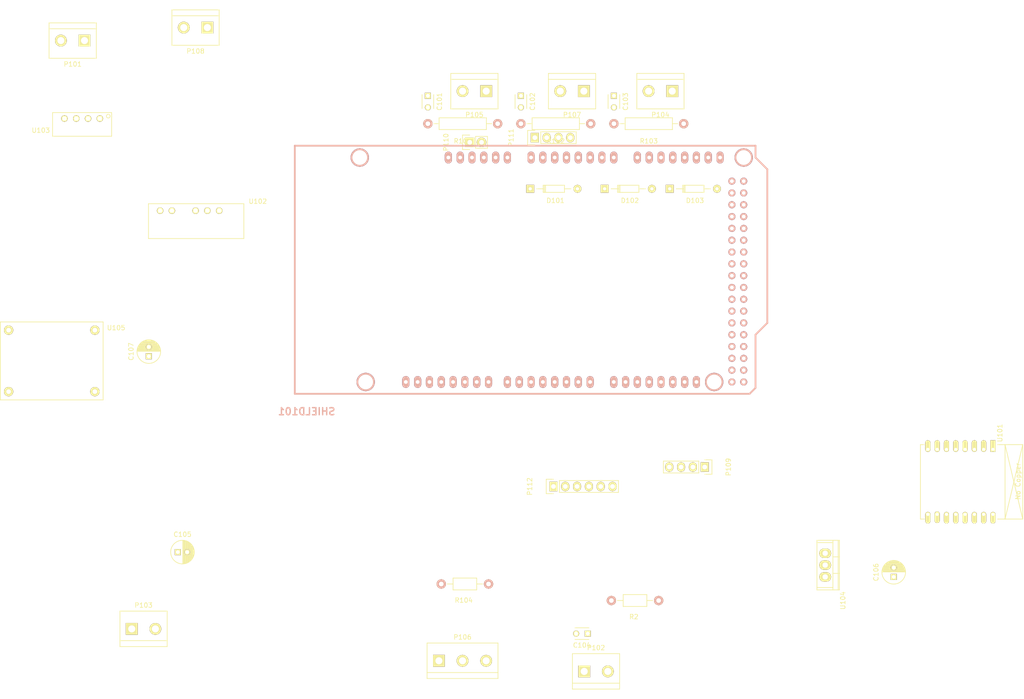
<source format=kicad_pcb>
(kicad_pcb (version 4) (host pcbnew 4.0.2+dfsg1-stable)

  (general
    (links 75)
    (no_connects 75)
    (area 0 0 0 0)
    (thickness 1.6)
    (drawings 7)
    (tracks 0)
    (zones 0)
    (modules 33)
    (nets 103)
  )

  (page A4)
  (layers
    (0 F.Cu signal)
    (31 B.Cu signal)
    (32 B.Adhes user)
    (33 F.Adhes user)
    (34 B.Paste user)
    (35 F.Paste user)
    (36 B.SilkS user)
    (37 F.SilkS user)
    (38 B.Mask user)
    (39 F.Mask user)
    (40 Dwgs.User user)
    (41 Cmts.User user)
    (42 Eco1.User user)
    (43 Eco2.User user)
    (44 Edge.Cuts user)
    (45 Margin user)
    (46 B.CrtYd user)
    (47 F.CrtYd user)
    (48 B.Fab user)
    (49 F.Fab user)
  )

  (setup
    (last_trace_width 0.25)
    (user_trace_width 0.4)
    (trace_clearance 0.25)
    (zone_clearance 0.508)
    (zone_45_only yes)
    (trace_min 0)
    (segment_width 0.2)
    (edge_width 0.15)
    (via_size 0.6)
    (via_drill 0.4)
    (via_min_size 0)
    (via_min_drill 0.3)
    (user_via 1.9 1)
    (uvia_size 0.3)
    (uvia_drill 0.1)
    (uvias_allowed no)
    (uvia_min_size 0)
    (uvia_min_drill 0.1)
    (pcb_text_width 0.3)
    (pcb_text_size 1.5 1.5)
    (mod_edge_width 0.15)
    (mod_text_size 1 1)
    (mod_text_width 0.15)
    (pad_size 1.524 1.524)
    (pad_drill 0.762)
    (pad_to_mask_clearance 0.2)
    (aux_axis_origin 0 0)
    (visible_elements FFFFFF7F)
    (pcbplotparams
      (layerselection 0x010b0_80000001)
      (usegerberextensions false)
      (excludeedgelayer true)
      (linewidth 0.100000)
      (plotframeref false)
      (viasonmask false)
      (mode 1)
      (useauxorigin false)
      (hpglpennumber 1)
      (hpglpenspeed 20)
      (hpglpendiameter 15)
      (hpglpenoverlay 2)
      (psnegative false)
      (psa4output false)
      (plotreference true)
      (plotvalue true)
      (plotinvisibletext false)
      (padsonsilk false)
      (subtractmaskfromsilk false)
      (outputformat 1)
      (mirror false)
      (drillshape 0)
      (scaleselection 1)
      (outputdirectory gerber/))
  )

  (net 0 "")
  (net 1 "Net-(C101-Pad1)")
  (net 2 GND)
  (net 3 "Net-(C102-Pad1)")
  (net 4 "Net-(C103-Pad1)")
  (net 5 /a_2_i)
  (net 6 VCC)
  (net 7 /vin_33)
  (net 8 /a_0_a)
  (net 9 /a_1_a)
  (net 10 /a_2_a)
  (net 11 "Net-(P101-Pad1)")
  (net 12 /a_5v)
  (net 13 /a_3_d)
  (net 14 "Net-(P108-Pad1)")
  (net 15 "Net-(P108-Pad2)")
  (net 16 "Net-(SHIELD101-Pad14)")
  (net 17 "Net-(SHIELD101-Pad15)")
  (net 18 "Net-(SHIELD101-Pad16)")
  (net 19 "Net-(SHIELD101-Pad17)")
  (net 20 /e_rx)
  (net 21 /e_tx)
  (net 22 "Net-(SHIELD101-PadAD15)")
  (net 23 "Net-(SHIELD101-PadAD14)")
  (net 24 "Net-(SHIELD101-PadAD13)")
  (net 25 "Net-(SHIELD101-PadAD12)")
  (net 26 "Net-(SHIELD101-PadAD8)")
  (net 27 "Net-(SHIELD101-PadAD7)")
  (net 28 "Net-(SHIELD101-PadAD6)")
  (net 29 "Net-(SHIELD101-PadAD9)")
  (net 30 "Net-(SHIELD101-PadAD10)")
  (net 31 "Net-(SHIELD101-PadAD11)")
  (net 32 "Net-(SHIELD101-PadAD5)")
  (net 33 "Net-(SHIELD101-PadAD4)")
  (net 34 "Net-(SHIELD101-PadAD3)")
  (net 35 "Net-(SHIELD101-Pad3V3)")
  (net 36 "Net-(SHIELD101-PadRST)")
  (net 37 "Net-(SHIELD101-Pad0)")
  (net 38 "Net-(SHIELD101-Pad1)")
  (net 39 "Net-(SHIELD101-Pad6)")
  (net 40 /e_rest)
  (net 41 "Net-(SHIELD101-Pad8)")
  (net 42 "Net-(SHIELD101-Pad9)")
  (net 43 "Net-(SHIELD101-Pad10)")
  (net 44 "Net-(SHIELD101-Pad11)")
  (net 45 "Net-(SHIELD101-Pad12)")
  (net 46 "Net-(SHIELD101-Pad13)")
  (net 47 "Net-(SHIELD101-PadAREF)")
  (net 48 "Net-(SHIELD101-Pad22)")
  (net 49 "Net-(SHIELD101-Pad23)")
  (net 50 "Net-(SHIELD101-Pad24)")
  (net 51 "Net-(SHIELD101-Pad25)")
  (net 52 "Net-(SHIELD101-Pad26)")
  (net 53 "Net-(SHIELD101-Pad27)")
  (net 54 "Net-(SHIELD101-Pad28)")
  (net 55 "Net-(SHIELD101-Pad29)")
  (net 56 "Net-(SHIELD101-Pad5V_4)")
  (net 57 "Net-(SHIELD101-Pad5V_5)")
  (net 58 "Net-(SHIELD101-Pad31)")
  (net 59 "Net-(SHIELD101-Pad30)")
  (net 60 "Net-(SHIELD101-Pad32)")
  (net 61 "Net-(SHIELD101-Pad33)")
  (net 62 "Net-(SHIELD101-Pad34)")
  (net 63 "Net-(SHIELD101-Pad35)")
  (net 64 "Net-(SHIELD101-Pad36)")
  (net 65 "Net-(SHIELD101-Pad37)")
  (net 66 "Net-(SHIELD101-Pad38)")
  (net 67 "Net-(SHIELD101-Pad39)")
  (net 68 "Net-(SHIELD101-Pad40)")
  (net 69 "Net-(SHIELD101-Pad41)")
  (net 70 "Net-(SHIELD101-Pad42)")
  (net 71 "Net-(SHIELD101-Pad43)")
  (net 72 "Net-(SHIELD101-Pad44)")
  (net 73 "Net-(SHIELD101-Pad45)")
  (net 74 "Net-(SHIELD101-Pad46)")
  (net 75 "Net-(SHIELD101-Pad47)")
  (net 76 "Net-(SHIELD101-Pad48)")
  (net 77 "Net-(SHIELD101-Pad49)")
  (net 78 "Net-(SHIELD101-Pad50)")
  (net 79 "Net-(SHIELD101-Pad51)")
  (net 80 "Net-(SHIELD101-Pad52)")
  (net 81 "Net-(SHIELD101-Pad53)")
  (net 82 "Net-(SHIELD101-PadGND4)")
  (net 83 "Net-(SHIELD101-PadGND5)")
  (net 84 /e_adc)
  (net 85 /e_cpd)
  (net 86 /e_g16)
  (net 87 /e_g14)
  (net 88 /e_g12)
  (net 89 /e_g13)
  (net 90 /e_g15)
  (net 91 /e_g02)
  (net 92 /e_g00)
  (net 93 /e_g04)
  (net 94 /e_g05)
  (net 95 /a_sda)
  (net 96 /a_scl)
  (net 97 /a_vin)
  (net 98 "Net-(SHIELD101-PadV_IN)")
  (net 99 "Net-(SHIELD101-Pad3)")
  (net 100 "Net-(SHIELD101-Pad7)")
  (net 101 "Net-(P111-Pad4)")
  (net 102 "Net-(P112-Pad3)")

  (net_class Default "This is the default net class."
    (clearance 0.25)
    (trace_width 0.25)
    (via_dia 0.6)
    (via_drill 0.4)
    (uvia_dia 0.3)
    (uvia_drill 0.1)
    (add_net /a_0_a)
    (add_net /a_1_a)
    (add_net /a_2_a)
    (add_net /a_2_i)
    (add_net /a_3_d)
    (add_net /a_5v)
    (add_net /a_scl)
    (add_net /a_sda)
    (add_net /a_vin)
    (add_net /e_adc)
    (add_net /e_cpd)
    (add_net /e_g00)
    (add_net /e_g02)
    (add_net /e_g04)
    (add_net /e_g05)
    (add_net /e_g12)
    (add_net /e_g13)
    (add_net /e_g14)
    (add_net /e_g15)
    (add_net /e_g16)
    (add_net /e_rest)
    (add_net /e_rx)
    (add_net /e_tx)
    (add_net /vin_33)
    (add_net GND)
    (add_net "Net-(C101-Pad1)")
    (add_net "Net-(C102-Pad1)")
    (add_net "Net-(C103-Pad1)")
    (add_net "Net-(P101-Pad1)")
    (add_net "Net-(P108-Pad1)")
    (add_net "Net-(P108-Pad2)")
    (add_net "Net-(P111-Pad4)")
    (add_net "Net-(P112-Pad3)")
    (add_net "Net-(SHIELD101-Pad0)")
    (add_net "Net-(SHIELD101-Pad1)")
    (add_net "Net-(SHIELD101-Pad10)")
    (add_net "Net-(SHIELD101-Pad11)")
    (add_net "Net-(SHIELD101-Pad12)")
    (add_net "Net-(SHIELD101-Pad13)")
    (add_net "Net-(SHIELD101-Pad14)")
    (add_net "Net-(SHIELD101-Pad15)")
    (add_net "Net-(SHIELD101-Pad16)")
    (add_net "Net-(SHIELD101-Pad17)")
    (add_net "Net-(SHIELD101-Pad22)")
    (add_net "Net-(SHIELD101-Pad23)")
    (add_net "Net-(SHIELD101-Pad24)")
    (add_net "Net-(SHIELD101-Pad25)")
    (add_net "Net-(SHIELD101-Pad26)")
    (add_net "Net-(SHIELD101-Pad27)")
    (add_net "Net-(SHIELD101-Pad28)")
    (add_net "Net-(SHIELD101-Pad29)")
    (add_net "Net-(SHIELD101-Pad3)")
    (add_net "Net-(SHIELD101-Pad30)")
    (add_net "Net-(SHIELD101-Pad31)")
    (add_net "Net-(SHIELD101-Pad32)")
    (add_net "Net-(SHIELD101-Pad33)")
    (add_net "Net-(SHIELD101-Pad34)")
    (add_net "Net-(SHIELD101-Pad35)")
    (add_net "Net-(SHIELD101-Pad36)")
    (add_net "Net-(SHIELD101-Pad37)")
    (add_net "Net-(SHIELD101-Pad38)")
    (add_net "Net-(SHIELD101-Pad39)")
    (add_net "Net-(SHIELD101-Pad3V3)")
    (add_net "Net-(SHIELD101-Pad40)")
    (add_net "Net-(SHIELD101-Pad41)")
    (add_net "Net-(SHIELD101-Pad42)")
    (add_net "Net-(SHIELD101-Pad43)")
    (add_net "Net-(SHIELD101-Pad44)")
    (add_net "Net-(SHIELD101-Pad45)")
    (add_net "Net-(SHIELD101-Pad46)")
    (add_net "Net-(SHIELD101-Pad47)")
    (add_net "Net-(SHIELD101-Pad48)")
    (add_net "Net-(SHIELD101-Pad49)")
    (add_net "Net-(SHIELD101-Pad50)")
    (add_net "Net-(SHIELD101-Pad51)")
    (add_net "Net-(SHIELD101-Pad52)")
    (add_net "Net-(SHIELD101-Pad53)")
    (add_net "Net-(SHIELD101-Pad5V_4)")
    (add_net "Net-(SHIELD101-Pad5V_5)")
    (add_net "Net-(SHIELD101-Pad6)")
    (add_net "Net-(SHIELD101-Pad7)")
    (add_net "Net-(SHIELD101-Pad8)")
    (add_net "Net-(SHIELD101-Pad9)")
    (add_net "Net-(SHIELD101-PadAD10)")
    (add_net "Net-(SHIELD101-PadAD11)")
    (add_net "Net-(SHIELD101-PadAD12)")
    (add_net "Net-(SHIELD101-PadAD13)")
    (add_net "Net-(SHIELD101-PadAD14)")
    (add_net "Net-(SHIELD101-PadAD15)")
    (add_net "Net-(SHIELD101-PadAD3)")
    (add_net "Net-(SHIELD101-PadAD4)")
    (add_net "Net-(SHIELD101-PadAD5)")
    (add_net "Net-(SHIELD101-PadAD6)")
    (add_net "Net-(SHIELD101-PadAD7)")
    (add_net "Net-(SHIELD101-PadAD8)")
    (add_net "Net-(SHIELD101-PadAD9)")
    (add_net "Net-(SHIELD101-PadAREF)")
    (add_net "Net-(SHIELD101-PadGND4)")
    (add_net "Net-(SHIELD101-PadGND5)")
    (add_net "Net-(SHIELD101-PadRST)")
    (add_net "Net-(SHIELD101-PadV_IN)")
    (add_net VCC)
  )

  (module Capacitors_ThroughHole:C_Disc_D3_P2.5 (layer F.Cu) (tedit 0) (tstamp 58A16E26)
    (at 180 20 270)
    (descr "Capacitor 3mm Disc, Pitch 2.5mm")
    (tags Capacitor)
    (path /58734169)
    (fp_text reference C101 (at 1.25 -2.5 270) (layer F.SilkS)
      (effects (font (size 1 1) (thickness 0.15)))
    )
    (fp_text value 100nF (at 1.25 2.5 270) (layer F.Fab)
      (effects (font (size 1 1) (thickness 0.15)))
    )
    (fp_line (start -0.9 -1.5) (end 3.4 -1.5) (layer F.CrtYd) (width 0.05))
    (fp_line (start 3.4 -1.5) (end 3.4 1.5) (layer F.CrtYd) (width 0.05))
    (fp_line (start 3.4 1.5) (end -0.9 1.5) (layer F.CrtYd) (width 0.05))
    (fp_line (start -0.9 1.5) (end -0.9 -1.5) (layer F.CrtYd) (width 0.05))
    (fp_line (start -0.25 -1.25) (end 2.75 -1.25) (layer F.SilkS) (width 0.15))
    (fp_line (start 2.75 1.25) (end -0.25 1.25) (layer F.SilkS) (width 0.15))
    (pad 1 thru_hole rect (at 0 0 270) (size 1.3 1.3) (drill 0.8) (layers *.Cu *.Mask F.SilkS)
      (net 1 "Net-(C101-Pad1)"))
    (pad 2 thru_hole circle (at 2.5 0 270) (size 1.3 1.3) (drill 0.8001) (layers *.Cu *.Mask F.SilkS)
      (net 2 GND))
    (model Capacitors_ThroughHole.3dshapes/C_Disc_D3_P2.5.wrl
      (at (xyz 0.0492126 0 0))
      (scale (xyz 1 1 1))
      (rotate (xyz 0 0 0))
    )
  )

  (module Capacitors_ThroughHole:C_Disc_D3_P2.5 (layer F.Cu) (tedit 0) (tstamp 58A16E2C)
    (at 200 20 270)
    (descr "Capacitor 3mm Disc, Pitch 2.5mm")
    (tags Capacitor)
    (path /58734FDB)
    (fp_text reference C102 (at 1.25 -2.5 270) (layer F.SilkS)
      (effects (font (size 1 1) (thickness 0.15)))
    )
    (fp_text value 100nF (at 1.25 2.5 270) (layer F.Fab)
      (effects (font (size 1 1) (thickness 0.15)))
    )
    (fp_line (start -0.9 -1.5) (end 3.4 -1.5) (layer F.CrtYd) (width 0.05))
    (fp_line (start 3.4 -1.5) (end 3.4 1.5) (layer F.CrtYd) (width 0.05))
    (fp_line (start 3.4 1.5) (end -0.9 1.5) (layer F.CrtYd) (width 0.05))
    (fp_line (start -0.9 1.5) (end -0.9 -1.5) (layer F.CrtYd) (width 0.05))
    (fp_line (start -0.25 -1.25) (end 2.75 -1.25) (layer F.SilkS) (width 0.15))
    (fp_line (start 2.75 1.25) (end -0.25 1.25) (layer F.SilkS) (width 0.15))
    (pad 1 thru_hole rect (at 0 0 270) (size 1.3 1.3) (drill 0.8) (layers *.Cu *.Mask F.SilkS)
      (net 3 "Net-(C102-Pad1)"))
    (pad 2 thru_hole circle (at 2.5 0 270) (size 1.3 1.3) (drill 0.8001) (layers *.Cu *.Mask F.SilkS)
      (net 2 GND))
    (model Capacitors_ThroughHole.3dshapes/C_Disc_D3_P2.5.wrl
      (at (xyz 0.0492126 0 0))
      (scale (xyz 1 1 1))
      (rotate (xyz 0 0 0))
    )
  )

  (module Capacitors_ThroughHole:C_Disc_D3_P2.5 (layer F.Cu) (tedit 0) (tstamp 58A16E32)
    (at 220 20 270)
    (descr "Capacitor 3mm Disc, Pitch 2.5mm")
    (tags Capacitor)
    (path /58A043A8)
    (fp_text reference C103 (at 1.25 -2.5 270) (layer F.SilkS)
      (effects (font (size 1 1) (thickness 0.15)))
    )
    (fp_text value 100nF (at 1.25 2.5 270) (layer F.Fab)
      (effects (font (size 1 1) (thickness 0.15)))
    )
    (fp_line (start -0.9 -1.5) (end 3.4 -1.5) (layer F.CrtYd) (width 0.05))
    (fp_line (start 3.4 -1.5) (end 3.4 1.5) (layer F.CrtYd) (width 0.05))
    (fp_line (start 3.4 1.5) (end -0.9 1.5) (layer F.CrtYd) (width 0.05))
    (fp_line (start -0.9 1.5) (end -0.9 -1.5) (layer F.CrtYd) (width 0.05))
    (fp_line (start -0.25 -1.25) (end 2.75 -1.25) (layer F.SilkS) (width 0.15))
    (fp_line (start 2.75 1.25) (end -0.25 1.25) (layer F.SilkS) (width 0.15))
    (pad 1 thru_hole rect (at 0 0 270) (size 1.3 1.3) (drill 0.8) (layers *.Cu *.Mask F.SilkS)
      (net 4 "Net-(C103-Pad1)"))
    (pad 2 thru_hole circle (at 2.5 0 270) (size 1.3 1.3) (drill 0.8001) (layers *.Cu *.Mask F.SilkS)
      (net 2 GND))
    (model Capacitors_ThroughHole.3dshapes/C_Disc_D3_P2.5.wrl
      (at (xyz 0.0492126 0 0))
      (scale (xyz 1 1 1))
      (rotate (xyz 0 0 0))
    )
  )

  (module Capacitors_ThroughHole:C_Disc_D3_P2.5 (layer F.Cu) (tedit 0) (tstamp 58A16E38)
    (at 214.376 135.636 180)
    (descr "Capacitor 3mm Disc, Pitch 2.5mm")
    (tags Capacitor)
    (path /58501908)
    (fp_text reference C104 (at 1.25 -2.5 180) (layer F.SilkS)
      (effects (font (size 1 1) (thickness 0.15)))
    )
    (fp_text value 100nF (at 1.25 2.5 180) (layer F.Fab)
      (effects (font (size 1 1) (thickness 0.15)))
    )
    (fp_line (start -0.9 -1.5) (end 3.4 -1.5) (layer F.CrtYd) (width 0.05))
    (fp_line (start 3.4 -1.5) (end 3.4 1.5) (layer F.CrtYd) (width 0.05))
    (fp_line (start 3.4 1.5) (end -0.9 1.5) (layer F.CrtYd) (width 0.05))
    (fp_line (start -0.9 1.5) (end -0.9 -1.5) (layer F.CrtYd) (width 0.05))
    (fp_line (start -0.25 -1.25) (end 2.75 -1.25) (layer F.SilkS) (width 0.15))
    (fp_line (start 2.75 1.25) (end -0.25 1.25) (layer F.SilkS) (width 0.15))
    (pad 1 thru_hole rect (at 0 0 180) (size 1.3 1.3) (drill 0.8) (layers *.Cu *.Mask F.SilkS)
      (net 5 /a_2_i))
    (pad 2 thru_hole circle (at 2.5 0 180) (size 1.3 1.3) (drill 0.8001) (layers *.Cu *.Mask F.SilkS)
      (net 2 GND))
    (model Capacitors_ThroughHole.3dshapes/C_Disc_D3_P2.5.wrl
      (at (xyz 0.0492126 0 0))
      (scale (xyz 1 1 1))
      (rotate (xyz 0 0 0))
    )
  )

  (module Diodes_ThroughHole:Diode_DO-35_SOD27_Horizontal_RM10 (layer F.Cu) (tedit 552FFC30) (tstamp 58A16E4A)
    (at 202 40)
    (descr "Diode, DO-35,  SOD27, Horizontal, RM 10mm")
    (tags "Diode, DO-35, SOD27, Horizontal, RM 10mm, 1N4148,")
    (path /587342FE)
    (fp_text reference D101 (at 5.43052 2.53746) (layer F.SilkS)
      (effects (font (size 1 1) (thickness 0.15)))
    )
    (fp_text value ZENER (at 4.41452 -3.55854) (layer F.Fab)
      (effects (font (size 1 1) (thickness 0.15)))
    )
    (fp_line (start 7.36652 -0.00254) (end 8.76352 -0.00254) (layer F.SilkS) (width 0.15))
    (fp_line (start 2.92152 -0.00254) (end 1.39752 -0.00254) (layer F.SilkS) (width 0.15))
    (fp_line (start 3.30252 -0.76454) (end 3.30252 0.75946) (layer F.SilkS) (width 0.15))
    (fp_line (start 3.04852 -0.76454) (end 3.04852 0.75946) (layer F.SilkS) (width 0.15))
    (fp_line (start 2.79452 -0.00254) (end 2.79452 0.75946) (layer F.SilkS) (width 0.15))
    (fp_line (start 2.79452 0.75946) (end 7.36652 0.75946) (layer F.SilkS) (width 0.15))
    (fp_line (start 7.36652 0.75946) (end 7.36652 -0.76454) (layer F.SilkS) (width 0.15))
    (fp_line (start 7.36652 -0.76454) (end 2.79452 -0.76454) (layer F.SilkS) (width 0.15))
    (fp_line (start 2.79452 -0.76454) (end 2.79452 -0.00254) (layer F.SilkS) (width 0.15))
    (pad 2 thru_hole circle (at 10.16052 -0.00254 180) (size 1.69926 1.69926) (drill 0.70104) (layers *.Cu *.Mask F.SilkS)
      (net 2 GND))
    (pad 1 thru_hole rect (at 0.00052 -0.00254 180) (size 1.69926 1.69926) (drill 0.70104) (layers *.Cu *.Mask F.SilkS)
      (net 8 /a_0_a))
    (model Diodes_ThroughHole.3dshapes/Diode_DO-35_SOD27_Horizontal_RM10.wrl
      (at (xyz 0.2 0 0))
      (scale (xyz 0.4 0.4 0.4))
      (rotate (xyz 0 0 180))
    )
  )

  (module Diodes_ThroughHole:Diode_DO-35_SOD27_Horizontal_RM10 (layer F.Cu) (tedit 552FFC30) (tstamp 58A16E50)
    (at 218 40)
    (descr "Diode, DO-35,  SOD27, Horizontal, RM 10mm")
    (tags "Diode, DO-35, SOD27, Horizontal, RM 10mm, 1N4148,")
    (path /58734F5F)
    (fp_text reference D102 (at 5.43052 2.53746) (layer F.SilkS)
      (effects (font (size 1 1) (thickness 0.15)))
    )
    (fp_text value ZENER (at 4.41452 -3.55854) (layer F.Fab)
      (effects (font (size 1 1) (thickness 0.15)))
    )
    (fp_line (start 7.36652 -0.00254) (end 8.76352 -0.00254) (layer F.SilkS) (width 0.15))
    (fp_line (start 2.92152 -0.00254) (end 1.39752 -0.00254) (layer F.SilkS) (width 0.15))
    (fp_line (start 3.30252 -0.76454) (end 3.30252 0.75946) (layer F.SilkS) (width 0.15))
    (fp_line (start 3.04852 -0.76454) (end 3.04852 0.75946) (layer F.SilkS) (width 0.15))
    (fp_line (start 2.79452 -0.00254) (end 2.79452 0.75946) (layer F.SilkS) (width 0.15))
    (fp_line (start 2.79452 0.75946) (end 7.36652 0.75946) (layer F.SilkS) (width 0.15))
    (fp_line (start 7.36652 0.75946) (end 7.36652 -0.76454) (layer F.SilkS) (width 0.15))
    (fp_line (start 7.36652 -0.76454) (end 2.79452 -0.76454) (layer F.SilkS) (width 0.15))
    (fp_line (start 2.79452 -0.76454) (end 2.79452 -0.00254) (layer F.SilkS) (width 0.15))
    (pad 2 thru_hole circle (at 10.16052 -0.00254 180) (size 1.69926 1.69926) (drill 0.70104) (layers *.Cu *.Mask F.SilkS)
      (net 2 GND))
    (pad 1 thru_hole rect (at 0.00052 -0.00254 180) (size 1.69926 1.69926) (drill 0.70104) (layers *.Cu *.Mask F.SilkS)
      (net 9 /a_1_a))
    (model Diodes_ThroughHole.3dshapes/Diode_DO-35_SOD27_Horizontal_RM10.wrl
      (at (xyz 0.2 0 0))
      (scale (xyz 0.4 0.4 0.4))
      (rotate (xyz 0 0 180))
    )
  )

  (module Diodes_ThroughHole:Diode_DO-35_SOD27_Horizontal_RM10 (layer F.Cu) (tedit 552FFC30) (tstamp 58A16E56)
    (at 232 40)
    (descr "Diode, DO-35,  SOD27, Horizontal, RM 10mm")
    (tags "Diode, DO-35, SOD27, Horizontal, RM 10mm, 1N4148,")
    (path /58A043A2)
    (fp_text reference D103 (at 5.43052 2.53746) (layer F.SilkS)
      (effects (font (size 1 1) (thickness 0.15)))
    )
    (fp_text value ZENER (at 4.41452 -3.55854) (layer F.Fab)
      (effects (font (size 1 1) (thickness 0.15)))
    )
    (fp_line (start 7.36652 -0.00254) (end 8.76352 -0.00254) (layer F.SilkS) (width 0.15))
    (fp_line (start 2.92152 -0.00254) (end 1.39752 -0.00254) (layer F.SilkS) (width 0.15))
    (fp_line (start 3.30252 -0.76454) (end 3.30252 0.75946) (layer F.SilkS) (width 0.15))
    (fp_line (start 3.04852 -0.76454) (end 3.04852 0.75946) (layer F.SilkS) (width 0.15))
    (fp_line (start 2.79452 -0.00254) (end 2.79452 0.75946) (layer F.SilkS) (width 0.15))
    (fp_line (start 2.79452 0.75946) (end 7.36652 0.75946) (layer F.SilkS) (width 0.15))
    (fp_line (start 7.36652 0.75946) (end 7.36652 -0.76454) (layer F.SilkS) (width 0.15))
    (fp_line (start 7.36652 -0.76454) (end 2.79452 -0.76454) (layer F.SilkS) (width 0.15))
    (fp_line (start 2.79452 -0.76454) (end 2.79452 -0.00254) (layer F.SilkS) (width 0.15))
    (pad 2 thru_hole circle (at 10.16052 -0.00254 180) (size 1.69926 1.69926) (drill 0.70104) (layers *.Cu *.Mask F.SilkS)
      (net 2 GND))
    (pad 1 thru_hole rect (at 0.00052 -0.00254 180) (size 1.69926 1.69926) (drill 0.70104) (layers *.Cu *.Mask F.SilkS)
      (net 10 /a_2_a))
    (model Diodes_ThroughHole.3dshapes/Diode_DO-35_SOD27_Horizontal_RM10.wrl
      (at (xyz 0.2 0 0))
      (scale (xyz 0.4 0.4 0.4))
      (rotate (xyz 0 0 180))
    )
  )

  (module Connect:bornier2 (layer F.Cu) (tedit 0) (tstamp 58A16E5C)
    (at 103.632 8.128 180)
    (descr "Bornier d'alimentation 2 pins")
    (tags DEV)
    (path /589F7359)
    (fp_text reference P101 (at 0 -5.08 180) (layer F.SilkS)
      (effects (font (size 1 1) (thickness 0.15)))
    )
    (fp_text value 24VOL (at 0 5.08 180) (layer F.Fab)
      (effects (font (size 1 1) (thickness 0.15)))
    )
    (fp_line (start 5.08 2.54) (end -5.08 2.54) (layer F.SilkS) (width 0.15))
    (fp_line (start 5.08 3.81) (end 5.08 -3.81) (layer F.SilkS) (width 0.15))
    (fp_line (start 5.08 -3.81) (end -5.08 -3.81) (layer F.SilkS) (width 0.15))
    (fp_line (start -5.08 -3.81) (end -5.08 3.81) (layer F.SilkS) (width 0.15))
    (fp_line (start -5.08 3.81) (end 5.08 3.81) (layer F.SilkS) (width 0.15))
    (pad 1 thru_hole rect (at -2.54 0 180) (size 2.54 2.54) (drill 1.524) (layers *.Cu *.Mask F.SilkS)
      (net 11 "Net-(P101-Pad1)"))
    (pad 2 thru_hole circle (at 2.54 0 180) (size 2.54 2.54) (drill 1.524) (layers *.Cu *.Mask F.SilkS)
      (net 2 GND))
    (model Connect.3dshapes/bornier2.wrl
      (at (xyz 0 0 0))
      (scale (xyz 1 1 1))
      (rotate (xyz 0 0 0))
    )
  )

  (module Connect:bornier2 (layer F.Cu) (tedit 0) (tstamp 58A16E62)
    (at 216.154 143.764)
    (descr "Bornier d'alimentation 2 pins")
    (tags DEV)
    (path /5872AC26)
    (fp_text reference P102 (at 0 -5.08) (layer F.SilkS)
      (effects (font (size 1 1) (thickness 0.15)))
    )
    (fp_text value INT_1 (at 0 5.08) (layer F.Fab)
      (effects (font (size 1 1) (thickness 0.15)))
    )
    (fp_line (start 5.08 2.54) (end -5.08 2.54) (layer F.SilkS) (width 0.15))
    (fp_line (start 5.08 3.81) (end 5.08 -3.81) (layer F.SilkS) (width 0.15))
    (fp_line (start 5.08 -3.81) (end -5.08 -3.81) (layer F.SilkS) (width 0.15))
    (fp_line (start -5.08 -3.81) (end -5.08 3.81) (layer F.SilkS) (width 0.15))
    (fp_line (start -5.08 3.81) (end 5.08 3.81) (layer F.SilkS) (width 0.15))
    (pad 1 thru_hole rect (at -2.54 0) (size 2.54 2.54) (drill 1.524) (layers *.Cu *.Mask F.SilkS)
      (net 2 GND))
    (pad 2 thru_hole circle (at 2.54 0) (size 2.54 2.54) (drill 1.524) (layers *.Cu *.Mask F.SilkS)
      (net 5 /a_2_i))
    (model Connect.3dshapes/bornier2.wrl
      (at (xyz 0 0 0))
      (scale (xyz 1 1 1))
      (rotate (xyz 0 0 0))
    )
  )

  (module Connect:bornier2 (layer F.Cu) (tedit 0) (tstamp 58A16E68)
    (at 118.872 134.62)
    (descr "Bornier d'alimentation 2 pins")
    (tags DEV)
    (path /5872A04E)
    (fp_text reference P103 (at 0 -5.08) (layer F.SilkS)
      (effects (font (size 1 1) (thickness 0.15)))
    )
    (fp_text value V_IN (at 0 5.08) (layer F.Fab)
      (effects (font (size 1 1) (thickness 0.15)))
    )
    (fp_line (start 5.08 2.54) (end -5.08 2.54) (layer F.SilkS) (width 0.15))
    (fp_line (start 5.08 3.81) (end 5.08 -3.81) (layer F.SilkS) (width 0.15))
    (fp_line (start 5.08 -3.81) (end -5.08 -3.81) (layer F.SilkS) (width 0.15))
    (fp_line (start -5.08 -3.81) (end -5.08 3.81) (layer F.SilkS) (width 0.15))
    (fp_line (start -5.08 3.81) (end 5.08 3.81) (layer F.SilkS) (width 0.15))
    (pad 1 thru_hole rect (at -2.54 0) (size 2.54 2.54) (drill 1.524) (layers *.Cu *.Mask F.SilkS)
      (net 97 /a_vin))
    (pad 2 thru_hole circle (at 2.54 0) (size 2.54 2.54) (drill 1.524) (layers *.Cu *.Mask F.SilkS)
      (net 2 GND))
    (model Connect.3dshapes/bornier2.wrl
      (at (xyz 0 0 0))
      (scale (xyz 1 1 1))
      (rotate (xyz 0 0 0))
    )
  )

  (module Connect:bornier2 (layer F.Cu) (tedit 0) (tstamp 58A16E6E)
    (at 230 19 180)
    (descr "Bornier d'alimentation 2 pins")
    (tags DEV)
    (path /58A04396)
    (fp_text reference P104 (at 0 -5.08 180) (layer F.SilkS)
      (effects (font (size 1 1) (thickness 0.15)))
    )
    (fp_text value AN_2 (at 0 5.08 180) (layer F.Fab)
      (effects (font (size 1 1) (thickness 0.15)))
    )
    (fp_line (start 5.08 2.54) (end -5.08 2.54) (layer F.SilkS) (width 0.15))
    (fp_line (start 5.08 3.81) (end 5.08 -3.81) (layer F.SilkS) (width 0.15))
    (fp_line (start 5.08 -3.81) (end -5.08 -3.81) (layer F.SilkS) (width 0.15))
    (fp_line (start -5.08 -3.81) (end -5.08 3.81) (layer F.SilkS) (width 0.15))
    (fp_line (start -5.08 3.81) (end 5.08 3.81) (layer F.SilkS) (width 0.15))
    (pad 1 thru_hole rect (at -2.54 0 180) (size 2.54 2.54) (drill 1.524) (layers *.Cu *.Mask F.SilkS)
      (net 2 GND))
    (pad 2 thru_hole circle (at 2.54 0 180) (size 2.54 2.54) (drill 1.524) (layers *.Cu *.Mask F.SilkS)
      (net 4 "Net-(C103-Pad1)"))
    (model Connect.3dshapes/bornier2.wrl
      (at (xyz 0 0 0))
      (scale (xyz 1 1 1))
      (rotate (xyz 0 0 0))
    )
  )

  (module Connect:bornier2 (layer F.Cu) (tedit 0) (tstamp 58A16E74)
    (at 190 19 180)
    (descr "Bornier d'alimentation 2 pins")
    (tags DEV)
    (path /58733A1B)
    (fp_text reference P105 (at 0 -5.08 180) (layer F.SilkS)
      (effects (font (size 1 1) (thickness 0.15)))
    )
    (fp_text value AN_0 (at 0 5.08 180) (layer F.Fab)
      (effects (font (size 1 1) (thickness 0.15)))
    )
    (fp_line (start 5.08 2.54) (end -5.08 2.54) (layer F.SilkS) (width 0.15))
    (fp_line (start 5.08 3.81) (end 5.08 -3.81) (layer F.SilkS) (width 0.15))
    (fp_line (start 5.08 -3.81) (end -5.08 -3.81) (layer F.SilkS) (width 0.15))
    (fp_line (start -5.08 -3.81) (end -5.08 3.81) (layer F.SilkS) (width 0.15))
    (fp_line (start -5.08 3.81) (end 5.08 3.81) (layer F.SilkS) (width 0.15))
    (pad 1 thru_hole rect (at -2.54 0 180) (size 2.54 2.54) (drill 1.524) (layers *.Cu *.Mask F.SilkS)
      (net 2 GND))
    (pad 2 thru_hole circle (at 2.54 0 180) (size 2.54 2.54) (drill 1.524) (layers *.Cu *.Mask F.SilkS)
      (net 1 "Net-(C101-Pad1)"))
    (model Connect.3dshapes/bornier2.wrl
      (at (xyz 0 0 0))
      (scale (xyz 1 1 1))
      (rotate (xyz 0 0 0))
    )
  )

  (module Connect:bornier3 (layer F.Cu) (tedit 0) (tstamp 58A16E7B)
    (at 187.452 141.478)
    (descr "Bornier d'alimentation 3 pins")
    (tags DEV)
    (path /58A06006)
    (fp_text reference P106 (at 0 -5.08) (layer F.SilkS)
      (effects (font (size 1 1) (thickness 0.15)))
    )
    (fp_text value 18b20 (at 0 5.08) (layer F.Fab)
      (effects (font (size 1 1) (thickness 0.15)))
    )
    (fp_line (start -7.62 3.81) (end -7.62 -3.81) (layer F.SilkS) (width 0.15))
    (fp_line (start 7.62 3.81) (end 7.62 -3.81) (layer F.SilkS) (width 0.15))
    (fp_line (start -7.62 2.54) (end 7.62 2.54) (layer F.SilkS) (width 0.15))
    (fp_line (start -7.62 -3.81) (end 7.62 -3.81) (layer F.SilkS) (width 0.15))
    (fp_line (start -7.62 3.81) (end 7.62 3.81) (layer F.SilkS) (width 0.15))
    (pad 1 thru_hole rect (at -5.08 0) (size 2.54 2.54) (drill 1.524) (layers *.Cu *.Mask F.SilkS)
      (net 12 /a_5v))
    (pad 2 thru_hole circle (at 0 0) (size 2.54 2.54) (drill 1.524) (layers *.Cu *.Mask F.SilkS)
      (net 13 /a_3_d))
    (pad 3 thru_hole circle (at 5.08 0) (size 2.54 2.54) (drill 1.524) (layers *.Cu *.Mask F.SilkS)
      (net 2 GND))
    (model Connect.3dshapes/bornier3.wrl
      (at (xyz 0 0 0))
      (scale (xyz 1 1 1))
      (rotate (xyz 0 0 0))
    )
  )

  (module Connect:bornier2 (layer F.Cu) (tedit 0) (tstamp 58A16E81)
    (at 211 19 180)
    (descr "Bornier d'alimentation 2 pins")
    (tags DEV)
    (path /58734E4A)
    (fp_text reference P107 (at 0 -5.08 180) (layer F.SilkS)
      (effects (font (size 1 1) (thickness 0.15)))
    )
    (fp_text value AN_1 (at 0 5.08 180) (layer F.Fab)
      (effects (font (size 1 1) (thickness 0.15)))
    )
    (fp_line (start 5.08 2.54) (end -5.08 2.54) (layer F.SilkS) (width 0.15))
    (fp_line (start 5.08 3.81) (end 5.08 -3.81) (layer F.SilkS) (width 0.15))
    (fp_line (start 5.08 -3.81) (end -5.08 -3.81) (layer F.SilkS) (width 0.15))
    (fp_line (start -5.08 -3.81) (end -5.08 3.81) (layer F.SilkS) (width 0.15))
    (fp_line (start -5.08 3.81) (end 5.08 3.81) (layer F.SilkS) (width 0.15))
    (pad 1 thru_hole rect (at -2.54 0 180) (size 2.54 2.54) (drill 1.524) (layers *.Cu *.Mask F.SilkS)
      (net 2 GND))
    (pad 2 thru_hole circle (at 2.54 0 180) (size 2.54 2.54) (drill 1.524) (layers *.Cu *.Mask F.SilkS)
      (net 3 "Net-(C102-Pad1)"))
    (model Connect.3dshapes/bornier2.wrl
      (at (xyz 0 0 0))
      (scale (xyz 1 1 1))
      (rotate (xyz 0 0 0))
    )
  )

  (module Connect:bornier2 (layer F.Cu) (tedit 0) (tstamp 58A16E87)
    (at 130.048 5.334 180)
    (descr "Bornier d'alimentation 2 pins")
    (tags DEV)
    (path /58735C0C)
    (fp_text reference P108 (at 0 -5.08 180) (layer F.SilkS)
      (effects (font (size 1 1) (thickness 0.15)))
    )
    (fp_text value 15VOL (at 0 5.08 180) (layer F.Fab)
      (effects (font (size 1 1) (thickness 0.15)))
    )
    (fp_line (start 5.08 2.54) (end -5.08 2.54) (layer F.SilkS) (width 0.15))
    (fp_line (start 5.08 3.81) (end 5.08 -3.81) (layer F.SilkS) (width 0.15))
    (fp_line (start 5.08 -3.81) (end -5.08 -3.81) (layer F.SilkS) (width 0.15))
    (fp_line (start -5.08 -3.81) (end -5.08 3.81) (layer F.SilkS) (width 0.15))
    (fp_line (start -5.08 3.81) (end 5.08 3.81) (layer F.SilkS) (width 0.15))
    (pad 1 thru_hole rect (at -2.54 0 180) (size 2.54 2.54) (drill 1.524) (layers *.Cu *.Mask F.SilkS)
      (net 14 "Net-(P108-Pad1)"))
    (pad 2 thru_hole circle (at 2.54 0 180) (size 2.54 2.54) (drill 1.524) (layers *.Cu *.Mask F.SilkS)
      (net 15 "Net-(P108-Pad2)"))
    (model Connect.3dshapes/bornier2.wrl
      (at (xyz 0 0 0))
      (scale (xyz 1 1 1))
      (rotate (xyz 0 0 0))
    )
  )

  (module Resistors_ThroughHole:Resistor_Horizontal_RM10mm (layer F.Cu) (tedit 56648415) (tstamp 58A16E8D)
    (at 229.616 128.524 180)
    (descr "Resistor, Axial,  RM 10mm, 1/3W")
    (tags "Resistor Axial RM 10mm 1/3W")
    (path /58501520)
    (fp_text reference R2 (at 5.32892 -3.50012 180) (layer F.SilkS)
      (effects (font (size 1 1) (thickness 0.15)))
    )
    (fp_text value 10K (at 5.08 3.81 180) (layer F.Fab)
      (effects (font (size 1 1) (thickness 0.15)))
    )
    (fp_line (start -1.25 -1.5) (end 11.4 -1.5) (layer F.CrtYd) (width 0.05))
    (fp_line (start -1.25 1.5) (end -1.25 -1.5) (layer F.CrtYd) (width 0.05))
    (fp_line (start 11.4 -1.5) (end 11.4 1.5) (layer F.CrtYd) (width 0.05))
    (fp_line (start -1.25 1.5) (end 11.4 1.5) (layer F.CrtYd) (width 0.05))
    (fp_line (start 2.54 -1.27) (end 7.62 -1.27) (layer F.SilkS) (width 0.15))
    (fp_line (start 7.62 -1.27) (end 7.62 1.27) (layer F.SilkS) (width 0.15))
    (fp_line (start 7.62 1.27) (end 2.54 1.27) (layer F.SilkS) (width 0.15))
    (fp_line (start 2.54 1.27) (end 2.54 -1.27) (layer F.SilkS) (width 0.15))
    (fp_line (start 2.54 0) (end 1.27 0) (layer F.SilkS) (width 0.15))
    (fp_line (start 7.62 0) (end 8.89 0) (layer F.SilkS) (width 0.15))
    (pad 1 thru_hole circle (at 0 0 180) (size 1.99898 1.99898) (drill 1.00076) (layers *.Cu *.SilkS *.Mask)
      (net 12 /a_5v))
    (pad 2 thru_hole circle (at 10.16 0 180) (size 1.99898 1.99898) (drill 1.00076) (layers *.Cu *.SilkS *.Mask)
      (net 5 /a_2_i))
    (model Resistors_ThroughHole.3dshapes/Resistor_Horizontal_RM10mm.wrl
      (at (xyz 0 0 0))
      (scale (xyz 0.4 0.4 0.4))
      (rotate (xyz 0 0 0))
    )
  )

  (module Resistors_ThroughHole:Resistor_Horizontal_RM15mm (layer F.Cu) (tedit 569FCEE8) (tstamp 58A16E93)
    (at 195 26 180)
    (descr "Resistor, Axial, RM 15mm,")
    (tags "Resistor Axial RM 15mm")
    (path /58733FD1)
    (fp_text reference R101 (at 7.5 -3.74904 180) (layer F.SilkS)
      (effects (font (size 1 1) (thickness 0.15)))
    )
    (fp_text value 1K (at 7.5 4.0005 180) (layer F.Fab)
      (effects (font (size 1 1) (thickness 0.15)))
    )
    (fp_line (start -1.25 1.5) (end -1.25 -1.5) (layer F.CrtYd) (width 0.05))
    (fp_line (start -1.25 -1.5) (end 16.25 -1.5) (layer F.CrtYd) (width 0.05))
    (fp_line (start 16.25 -1.5) (end 16.25 1.5) (layer F.CrtYd) (width 0.05))
    (fp_line (start 16.25 1.5) (end -1.25 1.5) (layer F.CrtYd) (width 0.05))
    (fp_line (start 2.42 -1.27) (end 2.42 1.27) (layer F.SilkS) (width 0.15))
    (fp_line (start 2.42 1.27) (end 12.58 1.27) (layer F.SilkS) (width 0.15))
    (fp_line (start 12.58 1.27) (end 12.58 -1.27) (layer F.SilkS) (width 0.15))
    (fp_line (start 12.58 -1.27) (end 2.42 -1.27) (layer F.SilkS) (width 0.15))
    (fp_line (start 13.73 0) (end 12.58 0) (layer F.SilkS) (width 0.15))
    (fp_line (start 1.27 0) (end 2.42 0) (layer F.SilkS) (width 0.15))
    (pad 1 thru_hole circle (at 0 0 180) (size 1.99898 1.99898) (drill 1.00076) (layers *.Cu *.SilkS *.Mask)
      (net 8 /a_0_a))
    (pad 2 thru_hole circle (at 15 0 180) (size 1.99898 1.99898) (drill 1.00076) (layers *.Cu *.SilkS *.Mask)
      (net 1 "Net-(C101-Pad1)"))
    (model Resistors_ThroughHole.3dshapes/Resistor_Horizontal_RM15mm.wrl
      (at (xyz 0 0 0))
      (scale (xyz 0.4 0.4 0.4))
      (rotate (xyz 0 0 0))
    )
  )

  (module Resistors_ThroughHole:Resistor_Horizontal_RM15mm (layer F.Cu) (tedit 569FCEE8) (tstamp 58A16E99)
    (at 215 26 180)
    (descr "Resistor, Axial, RM 15mm,")
    (tags "Resistor Axial RM 15mm")
    (path /58734EE4)
    (fp_text reference R102 (at 7.5 -3.74904 180) (layer F.SilkS)
      (effects (font (size 1 1) (thickness 0.15)))
    )
    (fp_text value 1K (at 7.5 4.0005 180) (layer F.Fab)
      (effects (font (size 1 1) (thickness 0.15)))
    )
    (fp_line (start -1.25 1.5) (end -1.25 -1.5) (layer F.CrtYd) (width 0.05))
    (fp_line (start -1.25 -1.5) (end 16.25 -1.5) (layer F.CrtYd) (width 0.05))
    (fp_line (start 16.25 -1.5) (end 16.25 1.5) (layer F.CrtYd) (width 0.05))
    (fp_line (start 16.25 1.5) (end -1.25 1.5) (layer F.CrtYd) (width 0.05))
    (fp_line (start 2.42 -1.27) (end 2.42 1.27) (layer F.SilkS) (width 0.15))
    (fp_line (start 2.42 1.27) (end 12.58 1.27) (layer F.SilkS) (width 0.15))
    (fp_line (start 12.58 1.27) (end 12.58 -1.27) (layer F.SilkS) (width 0.15))
    (fp_line (start 12.58 -1.27) (end 2.42 -1.27) (layer F.SilkS) (width 0.15))
    (fp_line (start 13.73 0) (end 12.58 0) (layer F.SilkS) (width 0.15))
    (fp_line (start 1.27 0) (end 2.42 0) (layer F.SilkS) (width 0.15))
    (pad 1 thru_hole circle (at 0 0 180) (size 1.99898 1.99898) (drill 1.00076) (layers *.Cu *.SilkS *.Mask)
      (net 9 /a_1_a))
    (pad 2 thru_hole circle (at 15 0 180) (size 1.99898 1.99898) (drill 1.00076) (layers *.Cu *.SilkS *.Mask)
      (net 3 "Net-(C102-Pad1)"))
    (model Resistors_ThroughHole.3dshapes/Resistor_Horizontal_RM15mm.wrl
      (at (xyz 0 0 0))
      (scale (xyz 0.4 0.4 0.4))
      (rotate (xyz 0 0 0))
    )
  )

  (module Resistors_ThroughHole:Resistor_Horizontal_RM15mm (layer F.Cu) (tedit 569FCEE8) (tstamp 58A16E9F)
    (at 235 26 180)
    (descr "Resistor, Axial, RM 15mm,")
    (tags "Resistor Axial RM 15mm")
    (path /58A0439C)
    (fp_text reference R103 (at 7.5 -3.74904 180) (layer F.SilkS)
      (effects (font (size 1 1) (thickness 0.15)))
    )
    (fp_text value 1K (at 7.5 4.0005 180) (layer F.Fab)
      (effects (font (size 1 1) (thickness 0.15)))
    )
    (fp_line (start -1.25 1.5) (end -1.25 -1.5) (layer F.CrtYd) (width 0.05))
    (fp_line (start -1.25 -1.5) (end 16.25 -1.5) (layer F.CrtYd) (width 0.05))
    (fp_line (start 16.25 -1.5) (end 16.25 1.5) (layer F.CrtYd) (width 0.05))
    (fp_line (start 16.25 1.5) (end -1.25 1.5) (layer F.CrtYd) (width 0.05))
    (fp_line (start 2.42 -1.27) (end 2.42 1.27) (layer F.SilkS) (width 0.15))
    (fp_line (start 2.42 1.27) (end 12.58 1.27) (layer F.SilkS) (width 0.15))
    (fp_line (start 12.58 1.27) (end 12.58 -1.27) (layer F.SilkS) (width 0.15))
    (fp_line (start 12.58 -1.27) (end 2.42 -1.27) (layer F.SilkS) (width 0.15))
    (fp_line (start 13.73 0) (end 12.58 0) (layer F.SilkS) (width 0.15))
    (fp_line (start 1.27 0) (end 2.42 0) (layer F.SilkS) (width 0.15))
    (pad 1 thru_hole circle (at 0 0 180) (size 1.99898 1.99898) (drill 1.00076) (layers *.Cu *.SilkS *.Mask)
      (net 10 /a_2_a))
    (pad 2 thru_hole circle (at 15 0 180) (size 1.99898 1.99898) (drill 1.00076) (layers *.Cu *.SilkS *.Mask)
      (net 4 "Net-(C103-Pad1)"))
    (model Resistors_ThroughHole.3dshapes/Resistor_Horizontal_RM15mm.wrl
      (at (xyz 0 0 0))
      (scale (xyz 0.4 0.4 0.4))
      (rotate (xyz 0 0 0))
    )
  )

  (module Resistors_ThroughHole:Resistor_Horizontal_RM10mm (layer F.Cu) (tedit 56648415) (tstamp 58A16EA5)
    (at 193.04 124.968 180)
    (descr "Resistor, Axial,  RM 10mm, 1/3W")
    (tags "Resistor Axial RM 10mm 1/3W")
    (path /58A0503E)
    (fp_text reference R104 (at 5.32892 -3.50012 180) (layer F.SilkS)
      (effects (font (size 1 1) (thickness 0.15)))
    )
    (fp_text value 2K (at 5.08 3.81 180) (layer F.Fab)
      (effects (font (size 1 1) (thickness 0.15)))
    )
    (fp_line (start -1.25 -1.5) (end 11.4 -1.5) (layer F.CrtYd) (width 0.05))
    (fp_line (start -1.25 1.5) (end -1.25 -1.5) (layer F.CrtYd) (width 0.05))
    (fp_line (start 11.4 -1.5) (end 11.4 1.5) (layer F.CrtYd) (width 0.05))
    (fp_line (start -1.25 1.5) (end 11.4 1.5) (layer F.CrtYd) (width 0.05))
    (fp_line (start 2.54 -1.27) (end 7.62 -1.27) (layer F.SilkS) (width 0.15))
    (fp_line (start 7.62 -1.27) (end 7.62 1.27) (layer F.SilkS) (width 0.15))
    (fp_line (start 7.62 1.27) (end 2.54 1.27) (layer F.SilkS) (width 0.15))
    (fp_line (start 2.54 1.27) (end 2.54 -1.27) (layer F.SilkS) (width 0.15))
    (fp_line (start 2.54 0) (end 1.27 0) (layer F.SilkS) (width 0.15))
    (fp_line (start 7.62 0) (end 8.89 0) (layer F.SilkS) (width 0.15))
    (pad 1 thru_hole circle (at 0 0 180) (size 1.99898 1.99898) (drill 1.00076) (layers *.Cu *.SilkS *.Mask)
      (net 13 /a_3_d))
    (pad 2 thru_hole circle (at 10.16 0 180) (size 1.99898 1.99898) (drill 1.00076) (layers *.Cu *.SilkS *.Mask)
      (net 12 /a_5v))
    (model Resistors_ThroughHole.3dshapes/Resistor_Horizontal_RM10mm.wrl
      (at (xyz 0 0 0))
      (scale (xyz 0.4 0.4 0.4))
      (rotate (xyz 0 0 0))
    )
  )

  (module "arduino_shields:ARDUINO MEGA SHIELD" (layer B.Cu) (tedit 4D154886) (tstamp 58A16EFF)
    (at 151.384 30.734)
    (path /589C800C)
    (fp_text reference SHIELD101 (at 2.54 57.15) (layer B.SilkS)
      (effects (font (thickness 0.3048)) (justify mirror))
    )
    (fp_text value ARDUINO_MEGA_SHIELD (at 5.08 54.61) (layer B.SilkS) hide
      (effects (font (thickness 0.3048)) (justify mirror))
    )
    (fp_line (start 99.06 0) (end 0 0) (layer B.SilkS) (width 0.381))
    (fp_line (start 97.79 53.34) (end 0 53.34) (layer B.SilkS) (width 0.381))
    (fp_line (start 99.06 40.64) (end 99.06 52.07) (layer B.SilkS) (width 0.381))
    (fp_line (start 99.06 52.07) (end 97.79 53.34) (layer B.SilkS) (width 0.381))
    (fp_line (start 0 0) (end 0 53.34) (layer B.SilkS) (width 0.381))
    (fp_line (start 99.06 40.64) (end 101.6 38.1) (layer B.SilkS) (width 0.381))
    (fp_line (start 101.6 38.1) (end 101.6 5.08) (layer B.SilkS) (width 0.381))
    (fp_line (start 101.6 5.08) (end 99.06 2.54) (layer B.SilkS) (width 0.381))
    (fp_line (start 99.06 2.54) (end 99.06 0) (layer B.SilkS) (width 0.381))
    (pad 14 thru_hole oval (at 68.58 50.8 270) (size 2.54 1.524) (drill 0.8128) (layers *.Cu *.Mask B.SilkS)
      (net 16 "Net-(SHIELD101-Pad14)"))
    (pad 15 thru_hole oval (at 71.12 50.8 270) (size 2.54 1.524) (drill 0.8128) (layers *.Cu *.Mask B.SilkS)
      (net 17 "Net-(SHIELD101-Pad15)"))
    (pad 16 thru_hole oval (at 73.66 50.8 270) (size 2.54 1.524) (drill 0.8128) (layers *.Cu *.Mask B.SilkS)
      (net 18 "Net-(SHIELD101-Pad16)"))
    (pad 17 thru_hole oval (at 76.2 50.8 270) (size 2.54 1.524) (drill 0.8128) (layers *.Cu *.Mask B.SilkS)
      (net 19 "Net-(SHIELD101-Pad17)"))
    (pad 18 thru_hole oval (at 78.74 50.8 270) (size 2.54 1.524) (drill 0.8128) (layers *.Cu *.Mask B.SilkS)
      (net 20 /e_rx))
    (pad 19 thru_hole oval (at 81.28 50.8 270) (size 2.54 1.524) (drill 0.8128) (layers *.Cu *.Mask B.SilkS)
      (net 21 /e_tx))
    (pad 20 thru_hole oval (at 83.82 50.8 270) (size 2.54 1.524) (drill 0.8128) (layers *.Cu *.Mask B.SilkS)
      (net 95 /a_sda))
    (pad 21 thru_hole oval (at 86.36 50.8 270) (size 2.54 1.524) (drill 0.8128) (layers *.Cu *.Mask B.SilkS)
      (net 96 /a_scl))
    (pad AD15 thru_hole oval (at 91.44 2.54 270) (size 2.54 1.524) (drill 0.8128) (layers *.Cu *.Mask B.SilkS)
      (net 22 "Net-(SHIELD101-PadAD15)"))
    (pad AD14 thru_hole oval (at 88.9 2.54 270) (size 2.54 1.524) (drill 0.8128) (layers *.Cu *.Mask B.SilkS)
      (net 23 "Net-(SHIELD101-PadAD14)"))
    (pad AD13 thru_hole oval (at 86.36 2.54 270) (size 2.54 1.524) (drill 0.8128) (layers *.Cu *.Mask B.SilkS)
      (net 24 "Net-(SHIELD101-PadAD13)"))
    (pad AD12 thru_hole oval (at 83.82 2.54 270) (size 2.54 1.524) (drill 0.8128) (layers *.Cu *.Mask B.SilkS)
      (net 25 "Net-(SHIELD101-PadAD12)"))
    (pad AD8 thru_hole oval (at 73.66 2.54 270) (size 2.54 1.524) (drill 0.8128) (layers *.Cu *.Mask B.SilkS)
      (net 26 "Net-(SHIELD101-PadAD8)"))
    (pad AD7 thru_hole oval (at 68.58 2.54 270) (size 2.54 1.524) (drill 0.8128) (layers *.Cu *.Mask B.SilkS)
      (net 27 "Net-(SHIELD101-PadAD7)"))
    (pad AD6 thru_hole oval (at 66.04 2.54 270) (size 2.54 1.524) (drill 0.8128) (layers *.Cu *.Mask B.SilkS)
      (net 28 "Net-(SHIELD101-PadAD6)"))
    (pad AD9 thru_hole oval (at 76.2 2.54 270) (size 2.54 1.524) (drill 0.8128) (layers *.Cu *.Mask B.SilkS)
      (net 29 "Net-(SHIELD101-PadAD9)"))
    (pad AD10 thru_hole oval (at 78.74 2.54 270) (size 2.54 1.524) (drill 0.8128) (layers *.Cu *.Mask B.SilkS)
      (net 30 "Net-(SHIELD101-PadAD10)"))
    (pad AD11 thru_hole oval (at 81.28 2.54 270) (size 2.54 1.524) (drill 0.8128) (layers *.Cu *.Mask B.SilkS)
      (net 31 "Net-(SHIELD101-PadAD11)"))
    (pad AD5 thru_hole oval (at 63.5 2.54 270) (size 2.54 1.524) (drill 0.8128) (layers *.Cu *.Mask B.SilkS)
      (net 32 "Net-(SHIELD101-PadAD5)"))
    (pad AD4 thru_hole oval (at 60.96 2.54 270) (size 2.54 1.524) (drill 0.8128) (layers *.Cu *.Mask B.SilkS)
      (net 33 "Net-(SHIELD101-PadAD4)"))
    (pad AD3 thru_hole oval (at 58.42 2.54 270) (size 2.54 1.524) (drill 0.8128) (layers *.Cu *.Mask B.SilkS)
      (net 34 "Net-(SHIELD101-PadAD3)"))
    (pad AD0 thru_hole oval (at 50.8 2.54 270) (size 2.54 1.524) (drill 0.8128) (layers *.Cu *.Mask B.SilkS)
      (net 8 /a_0_a))
    (pad AD1 thru_hole oval (at 53.34 2.54 270) (size 2.54 1.524) (drill 0.8128) (layers *.Cu *.Mask B.SilkS)
      (net 9 /a_1_a))
    (pad AD2 thru_hole oval (at 55.88 2.54 270) (size 2.54 1.524) (drill 0.8128) (layers *.Cu *.Mask B.SilkS)
      (net 10 /a_2_a))
    (pad V_IN thru_hole oval (at 45.72 2.54 270) (size 2.54 1.524) (drill 0.8128) (layers *.Cu *.Mask B.SilkS)
      (net 98 "Net-(SHIELD101-PadV_IN)"))
    (pad GND2 thru_hole oval (at 43.18 2.54 270) (size 2.54 1.524) (drill 0.8128) (layers *.Cu *.Mask B.SilkS)
      (net 2 GND))
    (pad GND1 thru_hole oval (at 40.64 2.54 270) (size 2.54 1.524) (drill 0.8128) (layers *.Cu *.Mask B.SilkS)
      (net 2 GND))
    (pad 3V3 thru_hole oval (at 35.56 2.54 270) (size 2.54 1.524) (drill 0.8128) (layers *.Cu *.Mask B.SilkS)
      (net 35 "Net-(SHIELD101-Pad3V3)"))
    (pad RST thru_hole oval (at 33.02 2.54 270) (size 2.54 1.524) (drill 0.8128) (layers *.Cu *.Mask B.SilkS)
      (net 36 "Net-(SHIELD101-PadRST)"))
    (pad 0 thru_hole oval (at 63.5 50.8 270) (size 2.54 1.524) (drill 0.8128) (layers *.Cu *.Mask B.SilkS)
      (net 37 "Net-(SHIELD101-Pad0)"))
    (pad 1 thru_hole oval (at 60.96 50.8 270) (size 2.54 1.524) (drill 0.8128) (layers *.Cu *.Mask B.SilkS)
      (net 38 "Net-(SHIELD101-Pad1)"))
    (pad 2 thru_hole oval (at 58.42 50.8 270) (size 2.54 1.524) (drill 0.8128) (layers *.Cu *.Mask B.SilkS)
      (net 5 /a_2_i))
    (pad 3 thru_hole oval (at 55.88 50.8 270) (size 2.54 1.524) (drill 0.8128) (layers *.Cu *.Mask B.SilkS)
      (net 99 "Net-(SHIELD101-Pad3)"))
    (pad 4 thru_hole oval (at 53.34 50.8 270) (size 2.54 1.524) (drill 0.8128) (layers *.Cu *.Mask B.SilkS)
      (net 40 /e_rest))
    (pad 5 thru_hole oval (at 50.8 50.8 270) (size 2.54 1.524) (drill 0.8128) (layers *.Cu *.Mask B.SilkS)
      (net 13 /a_3_d))
    (pad 6 thru_hole oval (at 48.26 50.8 270) (size 2.54 1.524) (drill 0.8128) (layers *.Cu *.Mask B.SilkS)
      (net 39 "Net-(SHIELD101-Pad6)"))
    (pad 7 thru_hole oval (at 45.72 50.8 270) (size 2.54 1.524) (drill 0.8128) (layers *.Cu *.Mask B.SilkS)
      (net 100 "Net-(SHIELD101-Pad7)"))
    (pad 8 thru_hole oval (at 41.656 50.8 270) (size 2.54 1.524) (drill 0.8128) (layers *.Cu *.Mask B.SilkS)
      (net 41 "Net-(SHIELD101-Pad8)"))
    (pad 9 thru_hole oval (at 39.116 50.8 270) (size 2.54 1.524) (drill 0.8128) (layers *.Cu *.Mask B.SilkS)
      (net 42 "Net-(SHIELD101-Pad9)"))
    (pad 10 thru_hole oval (at 36.576 50.8 270) (size 2.54 1.524) (drill 0.8128) (layers *.Cu *.Mask B.SilkS)
      (net 43 "Net-(SHIELD101-Pad10)"))
    (pad 11 thru_hole oval (at 34.036 50.8 270) (size 2.54 1.524) (drill 0.8128) (layers *.Cu *.Mask B.SilkS)
      (net 44 "Net-(SHIELD101-Pad11)"))
    (pad 12 thru_hole oval (at 31.496 50.8 270) (size 2.54 1.524) (drill 0.8128) (layers *.Cu *.Mask B.SilkS)
      (net 45 "Net-(SHIELD101-Pad12)"))
    (pad 13 thru_hole oval (at 28.956 50.8 270) (size 2.54 1.524) (drill 0.8128) (layers *.Cu *.Mask B.SilkS)
      (net 46 "Net-(SHIELD101-Pad13)"))
    (pad GND3 thru_hole oval (at 26.416 50.8 270) (size 2.54 1.524) (drill 0.8128) (layers *.Cu *.Mask B.SilkS)
      (net 2 GND))
    (pad AREF thru_hole oval (at 23.876 50.8 270) (size 2.54 1.524) (drill 0.8128) (layers *.Cu *.Mask B.SilkS)
      (net 47 "Net-(SHIELD101-PadAREF)"))
    (pad 5V thru_hole oval (at 38.1 2.54 270) (size 2.54 1.524) (drill 0.8128) (layers *.Cu *.Mask B.SilkS)
      (net 12 /a_5v))
    (pad "" thru_hole circle (at 96.52 2.54 270) (size 3.937 3.937) (drill 3.175) (layers *.Cu *.Mask B.SilkS))
    (pad "" thru_hole circle (at 90.17 50.8 270) (size 3.937 3.937) (drill 3.175) (layers *.Cu *.Mask B.SilkS))
    (pad "" thru_hole circle (at 15.24 50.8 270) (size 3.937 3.937) (drill 3.175) (layers *.Cu *.Mask B.SilkS))
    (pad "" thru_hole circle (at 13.97 2.54 270) (size 3.937 3.937) (drill 3.175) (layers *.Cu *.Mask B.SilkS))
    (pad 22 thru_hole circle (at 93.98 48.26) (size 1.524 1.524) (drill 0.8128) (layers *.Cu *.Mask B.SilkS)
      (net 48 "Net-(SHIELD101-Pad22)"))
    (pad 23 thru_hole circle (at 96.52 48.26) (size 1.524 1.524) (drill 0.8128) (layers *.Cu *.Mask B.SilkS)
      (net 49 "Net-(SHIELD101-Pad23)"))
    (pad 24 thru_hole circle (at 93.98 45.72) (size 1.524 1.524) (drill 0.8128) (layers *.Cu *.Mask B.SilkS)
      (net 50 "Net-(SHIELD101-Pad24)"))
    (pad 25 thru_hole circle (at 96.52 45.72) (size 1.524 1.524) (drill 0.8128) (layers *.Cu *.Mask B.SilkS)
      (net 51 "Net-(SHIELD101-Pad25)"))
    (pad 26 thru_hole circle (at 93.98 43.18) (size 1.524 1.524) (drill 0.8128) (layers *.Cu *.Mask B.SilkS)
      (net 52 "Net-(SHIELD101-Pad26)"))
    (pad 27 thru_hole circle (at 96.52 43.18) (size 1.524 1.524) (drill 0.8128) (layers *.Cu *.Mask B.SilkS)
      (net 53 "Net-(SHIELD101-Pad27)"))
    (pad 28 thru_hole circle (at 93.98 40.64) (size 1.524 1.524) (drill 0.8128) (layers *.Cu *.Mask B.SilkS)
      (net 54 "Net-(SHIELD101-Pad28)"))
    (pad 29 thru_hole circle (at 96.52 40.64) (size 1.524 1.524) (drill 0.8128) (layers *.Cu *.Mask B.SilkS)
      (net 55 "Net-(SHIELD101-Pad29)"))
    (pad 5V_4 thru_hole circle (at 93.98 50.8) (size 1.524 1.524) (drill 0.8128) (layers *.Cu *.Mask B.SilkS)
      (net 56 "Net-(SHIELD101-Pad5V_4)"))
    (pad 5V_5 thru_hole circle (at 96.52 50.8) (size 1.524 1.524) (drill 0.8128) (layers *.Cu *.Mask B.SilkS)
      (net 57 "Net-(SHIELD101-Pad5V_5)"))
    (pad 31 thru_hole circle (at 96.52 38.1) (size 1.524 1.524) (drill 0.8128) (layers *.Cu *.Mask B.SilkS)
      (net 58 "Net-(SHIELD101-Pad31)"))
    (pad 30 thru_hole circle (at 93.98 38.1) (size 1.524 1.524) (drill 0.8128) (layers *.Cu *.Mask B.SilkS)
      (net 59 "Net-(SHIELD101-Pad30)"))
    (pad 32 thru_hole circle (at 93.98 35.56) (size 1.524 1.524) (drill 0.8128) (layers *.Cu *.Mask B.SilkS)
      (net 60 "Net-(SHIELD101-Pad32)"))
    (pad 33 thru_hole circle (at 96.52 35.56) (size 1.524 1.524) (drill 0.8128) (layers *.Cu *.Mask B.SilkS)
      (net 61 "Net-(SHIELD101-Pad33)"))
    (pad 34 thru_hole circle (at 93.98 33.02) (size 1.524 1.524) (drill 0.8128) (layers *.Cu *.Mask B.SilkS)
      (net 62 "Net-(SHIELD101-Pad34)"))
    (pad 35 thru_hole circle (at 96.52 33.02) (size 1.524 1.524) (drill 0.8128) (layers *.Cu *.Mask B.SilkS)
      (net 63 "Net-(SHIELD101-Pad35)"))
    (pad 36 thru_hole circle (at 93.98 30.48) (size 1.524 1.524) (drill 0.8128) (layers *.Cu *.Mask B.SilkS)
      (net 64 "Net-(SHIELD101-Pad36)"))
    (pad 37 thru_hole circle (at 96.52 30.48) (size 1.524 1.524) (drill 0.8128) (layers *.Cu *.Mask B.SilkS)
      (net 65 "Net-(SHIELD101-Pad37)"))
    (pad 38 thru_hole circle (at 93.98 27.94) (size 1.524 1.524) (drill 0.8128) (layers *.Cu *.Mask B.SilkS)
      (net 66 "Net-(SHIELD101-Pad38)"))
    (pad 39 thru_hole circle (at 96.52 27.94) (size 1.524 1.524) (drill 0.8128) (layers *.Cu *.Mask B.SilkS)
      (net 67 "Net-(SHIELD101-Pad39)"))
    (pad 40 thru_hole circle (at 93.98 25.4) (size 1.524 1.524) (drill 0.8128) (layers *.Cu *.Mask B.SilkS)
      (net 68 "Net-(SHIELD101-Pad40)"))
    (pad 41 thru_hole circle (at 96.52 25.4) (size 1.524 1.524) (drill 0.8128) (layers *.Cu *.Mask B.SilkS)
      (net 69 "Net-(SHIELD101-Pad41)"))
    (pad 42 thru_hole circle (at 93.98 22.86) (size 1.524 1.524) (drill 0.8128) (layers *.Cu *.Mask B.SilkS)
      (net 70 "Net-(SHIELD101-Pad42)"))
    (pad 43 thru_hole circle (at 96.52 22.86) (size 1.524 1.524) (drill 0.8128) (layers *.Cu *.Mask B.SilkS)
      (net 71 "Net-(SHIELD101-Pad43)"))
    (pad 44 thru_hole circle (at 93.98 20.32) (size 1.524 1.524) (drill 0.8128) (layers *.Cu *.Mask B.SilkS)
      (net 72 "Net-(SHIELD101-Pad44)"))
    (pad 45 thru_hole circle (at 96.52 20.32) (size 1.524 1.524) (drill 0.8128) (layers *.Cu *.Mask B.SilkS)
      (net 73 "Net-(SHIELD101-Pad45)"))
    (pad 46 thru_hole circle (at 93.98 17.78) (size 1.524 1.524) (drill 0.8128) (layers *.Cu *.Mask B.SilkS)
      (net 74 "Net-(SHIELD101-Pad46)"))
    (pad 47 thru_hole circle (at 96.52 17.78) (size 1.524 1.524) (drill 0.8128) (layers *.Cu *.Mask B.SilkS)
      (net 75 "Net-(SHIELD101-Pad47)"))
    (pad 48 thru_hole circle (at 93.98 15.24) (size 1.524 1.524) (drill 0.8128) (layers *.Cu *.Mask B.SilkS)
      (net 76 "Net-(SHIELD101-Pad48)"))
    (pad 49 thru_hole circle (at 96.52 15.24) (size 1.524 1.524) (drill 0.8128) (layers *.Cu *.Mask B.SilkS)
      (net 77 "Net-(SHIELD101-Pad49)"))
    (pad 50 thru_hole circle (at 93.98 12.7) (size 1.524 1.524) (drill 0.8128) (layers *.Cu *.Mask B.SilkS)
      (net 78 "Net-(SHIELD101-Pad50)"))
    (pad 51 thru_hole circle (at 96.52 12.7) (size 1.524 1.524) (drill 0.8128) (layers *.Cu *.Mask B.SilkS)
      (net 79 "Net-(SHIELD101-Pad51)"))
    (pad 52 thru_hole circle (at 93.98 10.16) (size 1.524 1.524) (drill 0.8128) (layers *.Cu *.Mask B.SilkS)
      (net 80 "Net-(SHIELD101-Pad52)"))
    (pad 53 thru_hole circle (at 96.52 10.16) (size 1.524 1.524) (drill 0.8128) (layers *.Cu *.Mask B.SilkS)
      (net 81 "Net-(SHIELD101-Pad53)"))
    (pad GND4 thru_hole circle (at 93.98 7.62) (size 1.524 1.524) (drill 0.8128) (layers *.Cu *.Mask B.SilkS)
      (net 82 "Net-(SHIELD101-PadGND4)"))
    (pad GND5 thru_hole circle (at 96.52 7.62) (size 1.524 1.524) (drill 0.8128) (layers *.Cu *.Mask B.SilkS)
      (net 83 "Net-(SHIELD101-PadGND5)"))
  )

  (module ESP8266:ESP-07v2 (layer F.Cu) (tedit 556A0367) (tstamp 58A16F13)
    (at 301.498 96.012 270)
    (descr "Module, ESP-8266, ESP-07v2, 16 pad, SMD")
    (tags "Module ESP-8266 ESP8266")
    (path /584C1CED)
    (fp_text reference U101 (at -3.5 -1.5 270) (layer F.SilkS)
      (effects (font (size 1 1) (thickness 0.15)))
    )
    (fp_text value ESP-12 (at 7.25 2.25 270) (layer F.Fab)
      (effects (font (size 1 1) (thickness 0.15)))
    )
    (fp_line (start -2.25 -0.5) (end -2.25 -6.65) (layer F.CrtYd) (width 0.05))
    (fp_line (start -2.25 -6.65) (end 16.25 -6.65) (layer F.CrtYd) (width 0.05))
    (fp_line (start 16.25 -6.65) (end 16.25 16) (layer F.CrtYd) (width 0.05))
    (fp_line (start 16.25 16) (end -2.25 16) (layer F.CrtYd) (width 0.05))
    (fp_line (start -2.25 16) (end -2.25 -0.5) (layer F.CrtYd) (width 0.05))
    (fp_line (start -1 -6.4) (end 15 -6.4) (layer F.SilkS) (width 0.1524))
    (fp_line (start 15 -6.4) (end 15 -1) (layer F.SilkS) (width 0.1524))
    (fp_line (start -1 -6.4) (end -1 -1) (layer F.SilkS) (width 0.1524))
    (fp_line (start -1 14.8) (end -1 15.6) (layer F.SilkS) (width 0.1524))
    (fp_line (start -1 15.6) (end 15 15.6) (layer F.SilkS) (width 0.1524))
    (fp_line (start 15 15.6) (end 15 14.8) (layer F.SilkS) (width 0.1524))
    (fp_line (start 15 -6.4) (end -1 -2.6) (layer F.SilkS) (width 0.1524))
    (fp_line (start -1 -6.4) (end 15 -2.6) (layer F.SilkS) (width 0.1524))
    (fp_text user "No Copper" (at 6.892 -5.4 270) (layer F.SilkS)
      (effects (font (size 1 1) (thickness 0.15)))
    )
    (fp_line (start -1.008 -2.6) (end 14.992 -2.6) (layer F.SilkS) (width 0.1524))
    (fp_line (start 15 -6.4) (end 15 15.6) (layer F.Fab) (width 0.05))
    (fp_line (start 15 15.6) (end -1 15.6) (layer F.Fab) (width 0.05))
    (fp_line (start -1.008 15.6) (end -1.008 -6.4) (layer F.Fab) (width 0.05))
    (fp_line (start -1 -6.4) (end 15 -6.4) (layer F.Fab) (width 0.05))
    (pad 1 thru_hole rect (at 0 0 270) (size 2.5 1.1) (drill 0.65 (offset -0.7 0)) (layers *.Cu *.Mask F.SilkS)
      (net 40 /e_rest))
    (pad 2 thru_hole oval (at 0 2 270) (size 2.5 1.1) (drill 0.65 (offset -0.7 0)) (layers *.Cu *.Mask F.SilkS)
      (net 84 /e_adc))
    (pad 3 thru_hole oval (at 0 4 270) (size 2.5 1.1) (drill 0.65 (offset -0.7 0)) (layers *.Cu *.Mask F.SilkS)
      (net 85 /e_cpd))
    (pad 4 thru_hole oval (at 0 6 270) (size 2.5 1.1) (drill 0.65 (offset -0.7 0)) (layers *.Cu *.Mask F.SilkS)
      (net 86 /e_g16))
    (pad 5 thru_hole oval (at 0 8 270) (size 2.5 1.1) (drill 0.65 (offset -0.7 0)) (layers *.Cu *.Mask F.SilkS)
      (net 87 /e_g14))
    (pad 6 thru_hole oval (at 0 10 270) (size 2.5 1.1) (drill 0.65 (offset -0.7 0)) (layers *.Cu *.Mask F.SilkS)
      (net 88 /e_g12))
    (pad 7 thru_hole oval (at 0 12 270) (size 2.5 1.1) (drill 0.65 (offset -0.7 0)) (layers *.Cu *.Mask F.SilkS)
      (net 89 /e_g13))
    (pad 8 thru_hole oval (at 0 14 270) (size 2.5 1.1) (drill 0.65 (offset -0.7 0)) (layers *.Cu *.Mask F.SilkS)
      (net 7 /vin_33))
    (pad 9 thru_hole oval (at 14 14 270) (size 2.5 1.1) (drill 0.65 (offset 0.7 0)) (layers *.Cu *.Mask F.SilkS)
      (net 2 GND))
    (pad 10 thru_hole oval (at 14 12 270) (size 2.5 1.1) (drill 0.65 (offset 0.6 0)) (layers *.Cu *.Mask F.SilkS)
      (net 90 /e_g15))
    (pad 11 thru_hole oval (at 14 10 270) (size 2.5 1.1) (drill 0.65 (offset 0.7 0)) (layers *.Cu *.Mask F.SilkS)
      (net 91 /e_g02))
    (pad 12 thru_hole oval (at 14 8 270) (size 2.5 1.1) (drill 0.65 (offset 0.7 0)) (layers *.Cu *.Mask F.SilkS)
      (net 92 /e_g00))
    (pad 13 thru_hole oval (at 14 6 270) (size 2.5 1.1) (drill 0.65 (offset 0.7 0)) (layers *.Cu *.Mask F.SilkS)
      (net 93 /e_g04))
    (pad 14 thru_hole oval (at 14 4 270) (size 2.5 1.1) (drill 0.65 (offset 0.7 0)) (layers *.Cu *.Mask F.SilkS)
      (net 94 /e_g05))
    (pad 15 thru_hole oval (at 14 2 270) (size 2.5 1.1) (drill 0.65 (offset 0.7 0)) (layers *.Cu *.Mask F.SilkS)
      (net 20 /e_rx))
    (pad 16 thru_hole oval (at 14 0 270) (size 2.5 1.1) (drill 0.65 (offset 0.7 0)) (layers *.Cu *.Mask F.SilkS)
      (net 21 /e_tx))
    (model ${ESPLIB}/ESP8266.3dshapes/ESP-07v2.wrl
      (at (xyz 0 0 0))
      (scale (xyz 0.3937 0.3937 0.3937))
      (rotate (xyz 0 0 0))
    )
  )

  (module oscar_libreria_huellas:Recom-rd (layer F.Cu) (tedit 58721572) (tstamp 58A16F1C)
    (at 122.428 44.704)
    (path /5873700F)
    (fp_text reference U102 (at 21 -2) (layer F.SilkS)
      (effects (font (size 1 1) (thickness 0.15)))
    )
    (fp_text value Recom-rd (at 8 3) (layer F.Fab) hide
      (effects (font (size 1 1) (thickness 0.15)))
    )
    (fp_line (start -2.5 -1.5) (end 18 -1.5) (layer F.SilkS) (width 0.15))
    (fp_line (start 18 -1.5) (end 18 6) (layer F.SilkS) (width 0.15))
    (fp_line (start 18 6) (end -2.5 6) (layer F.SilkS) (width 0.15))
    (fp_line (start -2.5 6) (end -2.5 -1.5) (layer F.SilkS) (width 0.15))
    (pad 1 thru_hole circle (at 0 0) (size 1.4 1.4) (drill 0.9) (layers *.Cu *.Mask F.SilkS)
      (net 6 VCC))
    (pad 2 thru_hole circle (at 2.54 0) (size 1.4 1.4) (drill 0.9) (layers *.Cu *.Mask F.SilkS)
      (net 2 GND))
    (pad 4 thru_hole circle (at 7.62 0) (size 1.4 1.4) (drill 0.9) (layers *.Cu *.Mask F.SilkS)
      (net 15 "Net-(P108-Pad2)"))
    (pad 5 thru_hole circle (at 10.16 0) (size 1.4 1.4) (drill 0.9) (layers *.Cu *.Mask F.SilkS)
      (net 2 GND))
    (pad 6 thru_hole circle (at 12.7 0) (size 1.4 1.4) (drill 0.9) (layers *.Cu *.Mask F.SilkS)
      (net 14 "Net-(P108-Pad1)"))
  )

  (module oscar_libreria_huellas:RO-xxxxS (layer F.Cu) (tedit 589EE2DF) (tstamp 58A16F24)
    (at 106.934 27.432 180)
    (path /589ECA9C)
    (fp_text reference U103 (at 10.16 0 180) (layer F.SilkS)
      (effects (font (size 1 1) (thickness 0.15)))
    )
    (fp_text value RO-1224S (at 12.7 -2.54 180) (layer F.Fab) hide
      (effects (font (size 1 1) (thickness 0.15)))
    )
    (fp_circle (center -4.35 3.05) (end -3.95 3.075) (layer F.SilkS) (width 0.15))
    (fp_line (start -5.08 3.81) (end 7.62 3.81) (layer F.SilkS) (width 0.15))
    (fp_line (start 7.62 3.81) (end 7.62 -1.27) (layer F.SilkS) (width 0.15))
    (fp_line (start 7.62 -1.27) (end -5.08 -1.27) (layer F.SilkS) (width 0.15))
    (fp_line (start -5.08 -1.27) (end -5.08 3.81) (layer F.SilkS) (width 0.15))
    (pad 1 thru_hole circle (at -2.54 2.54 180) (size 1.4 1.4) (drill 0.9) (layers *.Cu *.Mask F.SilkS)
      (net 2 GND))
    (pad 2 thru_hole circle (at 0 2.54 180) (size 1.4 1.4) (drill 0.9) (layers *.Cu *.Mask F.SilkS)
      (net 6 VCC))
    (pad 3 thru_hole circle (at 2.54 2.54 180) (size 1.4 1.4) (drill 0.9) (layers *.Cu *.Mask F.SilkS)
      (net 2 GND))
    (pad 4 thru_hole circle (at 5.08 2.54 180) (size 1.4 1.4) (drill 0.9) (layers *.Cu *.Mask F.SilkS)
      (net 11 "Net-(P101-Pad1)"))
  )

  (module oscar_libreria_huellas:TO-220 (layer F.Cu) (tedit 5872A2F1) (tstamp 58A16F2B)
    (at 265.43 120.904 270)
    (descr "Non Isolated JEDEC TO-220 Package")
    (tags "Power Integration YN Package")
    (path /58723FF5)
    (fp_text reference U104 (at 7.62 -3.81 270) (layer F.SilkS)
      (effects (font (size 1 1) (thickness 0.15)))
    )
    (fp_text value LM1117 (at 0 -4.318 270) (layer F.Fab)
      (effects (font (size 1 1) (thickness 0.15)))
    )
    (fp_line (start 4.826 -1.651) (end 4.826 1.778) (layer F.SilkS) (width 0.15))
    (fp_line (start -4.826 -1.651) (end -4.826 1.778) (layer F.SilkS) (width 0.15))
    (fp_line (start 5.334 -2.794) (end -5.334 -2.794) (layer F.SilkS) (width 0.15))
    (fp_line (start 1.778 -1.778) (end 1.778 -3.048) (layer F.SilkS) (width 0.15))
    (fp_line (start -1.778 -1.778) (end -1.778 -3.048) (layer F.SilkS) (width 0.15))
    (fp_line (start -5.334 -1.651) (end 5.334 -1.651) (layer F.SilkS) (width 0.15))
    (fp_line (start 5.334 1.778) (end -5.334 1.778) (layer F.SilkS) (width 0.15))
    (fp_line (start -5.334 -3.048) (end -5.334 1.778) (layer F.SilkS) (width 0.15))
    (fp_line (start 5.334 -3.048) (end 5.334 1.778) (layer F.SilkS) (width 0.15))
    (fp_line (start 5.334 -3.048) (end -5.334 -3.048) (layer F.SilkS) (width 0.15))
    (pad GND thru_hole oval (at 0 0 270) (size 2.032 2.54) (drill 1.143) (layers *.Cu *.Mask F.SilkS)
      (net 2 GND))
    (pad VO thru_hole oval (at 2.54 0 270) (size 2.032 2.54) (drill 1.143) (layers *.Cu *.Mask F.SilkS)
      (net 7 /vin_33))
    (pad VI thru_hole oval (at -2.54 0 270) (size 2.032 2.54) (drill 1.143) (layers *.Cu *.Mask F.SilkS)
      (net 6 VCC))
  )

  (module Pin_Headers:Pin_Header_Straight_1x04 (layer F.Cu) (tedit 0) (tstamp 58A17C62)
    (at 239.522 99.822 270)
    (descr "Through hole pin header")
    (tags "pin header")
    (path /58A175A1)
    (fp_text reference P109 (at 0 -5.1 270) (layer F.SilkS)
      (effects (font (size 1 1) (thickness 0.15)))
    )
    (fp_text value LCD_I2C (at 0 -3.1 270) (layer F.Fab)
      (effects (font (size 1 1) (thickness 0.15)))
    )
    (fp_line (start -1.75 -1.75) (end -1.75 9.4) (layer F.CrtYd) (width 0.05))
    (fp_line (start 1.75 -1.75) (end 1.75 9.4) (layer F.CrtYd) (width 0.05))
    (fp_line (start -1.75 -1.75) (end 1.75 -1.75) (layer F.CrtYd) (width 0.05))
    (fp_line (start -1.75 9.4) (end 1.75 9.4) (layer F.CrtYd) (width 0.05))
    (fp_line (start -1.27 1.27) (end -1.27 8.89) (layer F.SilkS) (width 0.15))
    (fp_line (start 1.27 1.27) (end 1.27 8.89) (layer F.SilkS) (width 0.15))
    (fp_line (start 1.55 -1.55) (end 1.55 0) (layer F.SilkS) (width 0.15))
    (fp_line (start -1.27 8.89) (end 1.27 8.89) (layer F.SilkS) (width 0.15))
    (fp_line (start 1.27 1.27) (end -1.27 1.27) (layer F.SilkS) (width 0.15))
    (fp_line (start -1.55 0) (end -1.55 -1.55) (layer F.SilkS) (width 0.15))
    (fp_line (start -1.55 -1.55) (end 1.55 -1.55) (layer F.SilkS) (width 0.15))
    (pad 1 thru_hole rect (at 0 0 270) (size 2.032 1.7272) (drill 1.016) (layers *.Cu *.Mask F.SilkS)
      (net 96 /a_scl))
    (pad 2 thru_hole oval (at 0 2.54 270) (size 2.032 1.7272) (drill 1.016) (layers *.Cu *.Mask F.SilkS)
      (net 95 /a_sda))
    (pad 3 thru_hole oval (at 0 5.08 270) (size 2.032 1.7272) (drill 1.016) (layers *.Cu *.Mask F.SilkS)
      (net 12 /a_5v))
    (pad 4 thru_hole oval (at 0 7.62 270) (size 2.032 1.7272) (drill 1.016) (layers *.Cu *.Mask F.SilkS)
      (net 2 GND))
    (model Pin_Headers.3dshapes/Pin_Header_Straight_1x04.wrl
      (at (xyz 0 -0.15 0))
      (scale (xyz 1 1 1))
      (rotate (xyz 0 0 90))
    )
  )

  (module Capacitors_ThroughHole:C_Radial_D5_L11_P2 (layer F.Cu) (tedit 0) (tstamp 58A17E91)
    (at 126.238 118.11)
    (descr "Radial Electrolytic Capacitor 5mm x Length 11mm, Pitch 2mm")
    (tags "Electrolytic Capacitor")
    (path /58A1D1FB)
    (fp_text reference C105 (at 1 -3.8) (layer F.SilkS)
      (effects (font (size 1 1) (thickness 0.15)))
    )
    (fp_text value 22uF (at 1 3.8) (layer F.Fab)
      (effects (font (size 1 1) (thickness 0.15)))
    )
    (fp_line (start 1.075 -2.499) (end 1.075 2.499) (layer F.SilkS) (width 0.15))
    (fp_line (start 1.215 -2.491) (end 1.215 -0.154) (layer F.SilkS) (width 0.15))
    (fp_line (start 1.215 0.154) (end 1.215 2.491) (layer F.SilkS) (width 0.15))
    (fp_line (start 1.355 -2.475) (end 1.355 -0.473) (layer F.SilkS) (width 0.15))
    (fp_line (start 1.355 0.473) (end 1.355 2.475) (layer F.SilkS) (width 0.15))
    (fp_line (start 1.495 -2.451) (end 1.495 -0.62) (layer F.SilkS) (width 0.15))
    (fp_line (start 1.495 0.62) (end 1.495 2.451) (layer F.SilkS) (width 0.15))
    (fp_line (start 1.635 -2.418) (end 1.635 -0.712) (layer F.SilkS) (width 0.15))
    (fp_line (start 1.635 0.712) (end 1.635 2.418) (layer F.SilkS) (width 0.15))
    (fp_line (start 1.775 -2.377) (end 1.775 -0.768) (layer F.SilkS) (width 0.15))
    (fp_line (start 1.775 0.768) (end 1.775 2.377) (layer F.SilkS) (width 0.15))
    (fp_line (start 1.915 -2.327) (end 1.915 -0.795) (layer F.SilkS) (width 0.15))
    (fp_line (start 1.915 0.795) (end 1.915 2.327) (layer F.SilkS) (width 0.15))
    (fp_line (start 2.055 -2.266) (end 2.055 -0.798) (layer F.SilkS) (width 0.15))
    (fp_line (start 2.055 0.798) (end 2.055 2.266) (layer F.SilkS) (width 0.15))
    (fp_line (start 2.195 -2.196) (end 2.195 -0.776) (layer F.SilkS) (width 0.15))
    (fp_line (start 2.195 0.776) (end 2.195 2.196) (layer F.SilkS) (width 0.15))
    (fp_line (start 2.335 -2.114) (end 2.335 -0.726) (layer F.SilkS) (width 0.15))
    (fp_line (start 2.335 0.726) (end 2.335 2.114) (layer F.SilkS) (width 0.15))
    (fp_line (start 2.475 -2.019) (end 2.475 -0.644) (layer F.SilkS) (width 0.15))
    (fp_line (start 2.475 0.644) (end 2.475 2.019) (layer F.SilkS) (width 0.15))
    (fp_line (start 2.615 -1.908) (end 2.615 -0.512) (layer F.SilkS) (width 0.15))
    (fp_line (start 2.615 0.512) (end 2.615 1.908) (layer F.SilkS) (width 0.15))
    (fp_line (start 2.755 -1.78) (end 2.755 -0.265) (layer F.SilkS) (width 0.15))
    (fp_line (start 2.755 0.265) (end 2.755 1.78) (layer F.SilkS) (width 0.15))
    (fp_line (start 2.895 -1.631) (end 2.895 1.631) (layer F.SilkS) (width 0.15))
    (fp_line (start 3.035 -1.452) (end 3.035 1.452) (layer F.SilkS) (width 0.15))
    (fp_line (start 3.175 -1.233) (end 3.175 1.233) (layer F.SilkS) (width 0.15))
    (fp_line (start 3.315 -0.944) (end 3.315 0.944) (layer F.SilkS) (width 0.15))
    (fp_line (start 3.455 -0.472) (end 3.455 0.472) (layer F.SilkS) (width 0.15))
    (fp_circle (center 2 0) (end 2 -0.8) (layer F.SilkS) (width 0.15))
    (fp_circle (center 1 0) (end 1 -2.5375) (layer F.SilkS) (width 0.15))
    (fp_circle (center 1 0) (end 1 -2.8) (layer F.CrtYd) (width 0.05))
    (pad 1 thru_hole rect (at 0 0) (size 1.3 1.3) (drill 0.8) (layers *.Cu *.Mask F.SilkS)
      (net 97 /a_vin))
    (pad 2 thru_hole circle (at 2 0) (size 1.3 1.3) (drill 0.8) (layers *.Cu *.Mask F.SilkS)
      (net 2 GND))
    (model Capacitors_ThroughHole.3dshapes/C_Radial_D5_L11_P2.wrl
      (at (xyz 0 0 0))
      (scale (xyz 1 1 1))
      (rotate (xyz 0 0 0))
    )
  )

  (module Capacitors_ThroughHole:C_Radial_D5_L11_P2 (layer F.Cu) (tedit 0) (tstamp 58A17E97)
    (at 280.162 123.444 90)
    (descr "Radial Electrolytic Capacitor 5mm x Length 11mm, Pitch 2mm")
    (tags "Electrolytic Capacitor")
    (path /58A1C097)
    (fp_text reference C106 (at 1 -3.8 90) (layer F.SilkS)
      (effects (font (size 1 1) (thickness 0.15)))
    )
    (fp_text value 22uF (at 1 3.8 90) (layer F.Fab)
      (effects (font (size 1 1) (thickness 0.15)))
    )
    (fp_line (start 1.075 -2.499) (end 1.075 2.499) (layer F.SilkS) (width 0.15))
    (fp_line (start 1.215 -2.491) (end 1.215 -0.154) (layer F.SilkS) (width 0.15))
    (fp_line (start 1.215 0.154) (end 1.215 2.491) (layer F.SilkS) (width 0.15))
    (fp_line (start 1.355 -2.475) (end 1.355 -0.473) (layer F.SilkS) (width 0.15))
    (fp_line (start 1.355 0.473) (end 1.355 2.475) (layer F.SilkS) (width 0.15))
    (fp_line (start 1.495 -2.451) (end 1.495 -0.62) (layer F.SilkS) (width 0.15))
    (fp_line (start 1.495 0.62) (end 1.495 2.451) (layer F.SilkS) (width 0.15))
    (fp_line (start 1.635 -2.418) (end 1.635 -0.712) (layer F.SilkS) (width 0.15))
    (fp_line (start 1.635 0.712) (end 1.635 2.418) (layer F.SilkS) (width 0.15))
    (fp_line (start 1.775 -2.377) (end 1.775 -0.768) (layer F.SilkS) (width 0.15))
    (fp_line (start 1.775 0.768) (end 1.775 2.377) (layer F.SilkS) (width 0.15))
    (fp_line (start 1.915 -2.327) (end 1.915 -0.795) (layer F.SilkS) (width 0.15))
    (fp_line (start 1.915 0.795) (end 1.915 2.327) (layer F.SilkS) (width 0.15))
    (fp_line (start 2.055 -2.266) (end 2.055 -0.798) (layer F.SilkS) (width 0.15))
    (fp_line (start 2.055 0.798) (end 2.055 2.266) (layer F.SilkS) (width 0.15))
    (fp_line (start 2.195 -2.196) (end 2.195 -0.776) (layer F.SilkS) (width 0.15))
    (fp_line (start 2.195 0.776) (end 2.195 2.196) (layer F.SilkS) (width 0.15))
    (fp_line (start 2.335 -2.114) (end 2.335 -0.726) (layer F.SilkS) (width 0.15))
    (fp_line (start 2.335 0.726) (end 2.335 2.114) (layer F.SilkS) (width 0.15))
    (fp_line (start 2.475 -2.019) (end 2.475 -0.644) (layer F.SilkS) (width 0.15))
    (fp_line (start 2.475 0.644) (end 2.475 2.019) (layer F.SilkS) (width 0.15))
    (fp_line (start 2.615 -1.908) (end 2.615 -0.512) (layer F.SilkS) (width 0.15))
    (fp_line (start 2.615 0.512) (end 2.615 1.908) (layer F.SilkS) (width 0.15))
    (fp_line (start 2.755 -1.78) (end 2.755 -0.265) (layer F.SilkS) (width 0.15))
    (fp_line (start 2.755 0.265) (end 2.755 1.78) (layer F.SilkS) (width 0.15))
    (fp_line (start 2.895 -1.631) (end 2.895 1.631) (layer F.SilkS) (width 0.15))
    (fp_line (start 3.035 -1.452) (end 3.035 1.452) (layer F.SilkS) (width 0.15))
    (fp_line (start 3.175 -1.233) (end 3.175 1.233) (layer F.SilkS) (width 0.15))
    (fp_line (start 3.315 -0.944) (end 3.315 0.944) (layer F.SilkS) (width 0.15))
    (fp_line (start 3.455 -0.472) (end 3.455 0.472) (layer F.SilkS) (width 0.15))
    (fp_circle (center 2 0) (end 2 -0.8) (layer F.SilkS) (width 0.15))
    (fp_circle (center 1 0) (end 1 -2.5375) (layer F.SilkS) (width 0.15))
    (fp_circle (center 1 0) (end 1 -2.8) (layer F.CrtYd) (width 0.05))
    (pad 1 thru_hole rect (at 0 0 90) (size 1.3 1.3) (drill 0.8) (layers *.Cu *.Mask F.SilkS)
      (net 7 /vin_33))
    (pad 2 thru_hole circle (at 2 0 90) (size 1.3 1.3) (drill 0.8) (layers *.Cu *.Mask F.SilkS)
      (net 2 GND))
    (model Capacitors_ThroughHole.3dshapes/C_Radial_D5_L11_P2.wrl
      (at (xyz 0 0 0))
      (scale (xyz 1 1 1))
      (rotate (xyz 0 0 0))
    )
  )

  (module Capacitors_ThroughHole:C_Radial_D5_L11_P2 (layer F.Cu) (tedit 0) (tstamp 58A48C4B)
    (at 120 76 90)
    (descr "Radial Electrolytic Capacitor 5mm x Length 11mm, Pitch 2mm")
    (tags "Electrolytic Capacitor")
    (path /58A48BA0)
    (fp_text reference C107 (at 1 -3.8 90) (layer F.SilkS)
      (effects (font (size 1 1) (thickness 0.15)))
    )
    (fp_text value 22uF (at 1 3.8 90) (layer F.Fab)
      (effects (font (size 1 1) (thickness 0.15)))
    )
    (fp_line (start 1.075 -2.499) (end 1.075 2.499) (layer F.SilkS) (width 0.15))
    (fp_line (start 1.215 -2.491) (end 1.215 -0.154) (layer F.SilkS) (width 0.15))
    (fp_line (start 1.215 0.154) (end 1.215 2.491) (layer F.SilkS) (width 0.15))
    (fp_line (start 1.355 -2.475) (end 1.355 -0.473) (layer F.SilkS) (width 0.15))
    (fp_line (start 1.355 0.473) (end 1.355 2.475) (layer F.SilkS) (width 0.15))
    (fp_line (start 1.495 -2.451) (end 1.495 -0.62) (layer F.SilkS) (width 0.15))
    (fp_line (start 1.495 0.62) (end 1.495 2.451) (layer F.SilkS) (width 0.15))
    (fp_line (start 1.635 -2.418) (end 1.635 -0.712) (layer F.SilkS) (width 0.15))
    (fp_line (start 1.635 0.712) (end 1.635 2.418) (layer F.SilkS) (width 0.15))
    (fp_line (start 1.775 -2.377) (end 1.775 -0.768) (layer F.SilkS) (width 0.15))
    (fp_line (start 1.775 0.768) (end 1.775 2.377) (layer F.SilkS) (width 0.15))
    (fp_line (start 1.915 -2.327) (end 1.915 -0.795) (layer F.SilkS) (width 0.15))
    (fp_line (start 1.915 0.795) (end 1.915 2.327) (layer F.SilkS) (width 0.15))
    (fp_line (start 2.055 -2.266) (end 2.055 -0.798) (layer F.SilkS) (width 0.15))
    (fp_line (start 2.055 0.798) (end 2.055 2.266) (layer F.SilkS) (width 0.15))
    (fp_line (start 2.195 -2.196) (end 2.195 -0.776) (layer F.SilkS) (width 0.15))
    (fp_line (start 2.195 0.776) (end 2.195 2.196) (layer F.SilkS) (width 0.15))
    (fp_line (start 2.335 -2.114) (end 2.335 -0.726) (layer F.SilkS) (width 0.15))
    (fp_line (start 2.335 0.726) (end 2.335 2.114) (layer F.SilkS) (width 0.15))
    (fp_line (start 2.475 -2.019) (end 2.475 -0.644) (layer F.SilkS) (width 0.15))
    (fp_line (start 2.475 0.644) (end 2.475 2.019) (layer F.SilkS) (width 0.15))
    (fp_line (start 2.615 -1.908) (end 2.615 -0.512) (layer F.SilkS) (width 0.15))
    (fp_line (start 2.615 0.512) (end 2.615 1.908) (layer F.SilkS) (width 0.15))
    (fp_line (start 2.755 -1.78) (end 2.755 -0.265) (layer F.SilkS) (width 0.15))
    (fp_line (start 2.755 0.265) (end 2.755 1.78) (layer F.SilkS) (width 0.15))
    (fp_line (start 2.895 -1.631) (end 2.895 1.631) (layer F.SilkS) (width 0.15))
    (fp_line (start 3.035 -1.452) (end 3.035 1.452) (layer F.SilkS) (width 0.15))
    (fp_line (start 3.175 -1.233) (end 3.175 1.233) (layer F.SilkS) (width 0.15))
    (fp_line (start 3.315 -0.944) (end 3.315 0.944) (layer F.SilkS) (width 0.15))
    (fp_line (start 3.455 -0.472) (end 3.455 0.472) (layer F.SilkS) (width 0.15))
    (fp_circle (center 2 0) (end 2 -0.8) (layer F.SilkS) (width 0.15))
    (fp_circle (center 1 0) (end 1 -2.5375) (layer F.SilkS) (width 0.15))
    (fp_circle (center 1 0) (end 1 -2.8) (layer F.CrtYd) (width 0.05))
    (pad 1 thru_hole rect (at 0 0 90) (size 1.3 1.3) (drill 0.8) (layers *.Cu *.Mask F.SilkS)
      (net 12 /a_5v))
    (pad 2 thru_hole circle (at 2 0 90) (size 1.3 1.3) (drill 0.8) (layers *.Cu *.Mask F.SilkS)
      (net 2 GND))
    (model Capacitors_ThroughHole.3dshapes/C_Radial_D5_L11_P2.wrl
      (at (xyz 0 0 0))
      (scale (xyz 1 1 1))
      (rotate (xyz 0 0 0))
    )
  )

  (module oscar_libreria_huellas:MP-1584-SD (layer F.Cu) (tedit 589F490A) (tstamp 58A48D53)
    (at 99 77)
    (descr "Through hole pin header")
    (tags "pin header")
    (path /58A48626)
    (fp_text reference U105 (at 13.97 -7.112) (layer F.SilkS)
      (effects (font (size 1 1) (thickness 0.15)))
    )
    (fp_text value mp-1584 (at 0.254 -0.254) (layer F.Fab)
      (effects (font (size 1 1) (thickness 0.15)))
    )
    (fp_line (start 11.176 -8.382) (end 11.176 8.382) (layer F.SilkS) (width 0.15))
    (fp_line (start 11.176 8.382) (end -10.922 8.382) (layer F.SilkS) (width 0.15))
    (fp_line (start -10.922 8.382) (end -10.922 -8.382) (layer F.SilkS) (width 0.15))
    (fp_line (start -10.922 -8.382) (end 11.176 -8.382) (layer F.SilkS) (width 0.15))
    (pad 3 thru_hole circle (at 9.398 6.604) (size 2 2) (drill 1) (layers *.Cu *.Mask F.SilkS)
      (net 12 /a_5v))
    (pad 4 thru_hole circle (at 9.398 -6.604) (size 2 2) (drill 1) (layers *.Cu *.Mask F.SilkS)
      (net 2 GND))
    (pad 2 thru_hole circle (at -9.144 6.604) (size 2 2) (drill 1) (layers *.Cu *.Mask F.SilkS)
      (net 97 /a_vin))
    (pad 1 thru_hole circle (at -9.144 -6.604) (size 2 2) (drill 1) (layers *.Cu *.Mask F.SilkS)
      (net 2 GND))
    (model Pin_Headers.3dshapes/Pin_Header_Straight_1x08.wrl
      (at (xyz 0 -0.35 0))
      (scale (xyz 1 1 1))
      (rotate (xyz 0 0 90))
    )
  )

  (module Pin_Headers:Pin_Header_Straight_1x02 (layer F.Cu) (tedit 54EA090C) (tstamp 58A4936C)
    (at 189 30 90)
    (descr "Through hole pin header")
    (tags "pin header")
    (path /58A4929B)
    (fp_text reference P110 (at 0 -5.1 90) (layer F.SilkS)
      (effects (font (size 1 1) (thickness 0.15)))
    )
    (fp_text value ARD_AL (at 0 -3.1 90) (layer F.Fab)
      (effects (font (size 1 1) (thickness 0.15)))
    )
    (fp_line (start 1.27 1.27) (end 1.27 3.81) (layer F.SilkS) (width 0.15))
    (fp_line (start 1.55 -1.55) (end 1.55 0) (layer F.SilkS) (width 0.15))
    (fp_line (start -1.75 -1.75) (end -1.75 4.3) (layer F.CrtYd) (width 0.05))
    (fp_line (start 1.75 -1.75) (end 1.75 4.3) (layer F.CrtYd) (width 0.05))
    (fp_line (start -1.75 -1.75) (end 1.75 -1.75) (layer F.CrtYd) (width 0.05))
    (fp_line (start -1.75 4.3) (end 1.75 4.3) (layer F.CrtYd) (width 0.05))
    (fp_line (start 1.27 1.27) (end -1.27 1.27) (layer F.SilkS) (width 0.15))
    (fp_line (start -1.55 0) (end -1.55 -1.55) (layer F.SilkS) (width 0.15))
    (fp_line (start -1.55 -1.55) (end 1.55 -1.55) (layer F.SilkS) (width 0.15))
    (fp_line (start -1.27 1.27) (end -1.27 3.81) (layer F.SilkS) (width 0.15))
    (fp_line (start -1.27 3.81) (end 1.27 3.81) (layer F.SilkS) (width 0.15))
    (pad 1 thru_hole rect (at 0 0 90) (size 2.032 2.032) (drill 1.016) (layers *.Cu *.Mask F.SilkS)
      (net 12 /a_5v))
    (pad 2 thru_hole oval (at 0 2.54 90) (size 2.032 2.032) (drill 1.016) (layers *.Cu *.Mask F.SilkS)
      (net 2 GND))
    (model Pin_Headers.3dshapes/Pin_Header_Straight_1x02.wrl
      (at (xyz 0 -0.05 0))
      (scale (xyz 1 1 1))
      (rotate (xyz 0 0 90))
    )
  )

  (module Pin_Headers:Pin_Header_Straight_1x04 (layer F.Cu) (tedit 0) (tstamp 58A49374)
    (at 203 29 90)
    (descr "Through hole pin header")
    (tags "pin header")
    (path /58A49A3F)
    (fp_text reference P111 (at 0 -5.1 90) (layer F.SilkS)
      (effects (font (size 1 1) (thickness 0.15)))
    )
    (fp_text value ARD_AN_04 (at 0 -3.1 90) (layer F.Fab)
      (effects (font (size 1 1) (thickness 0.15)))
    )
    (fp_line (start -1.75 -1.75) (end -1.75 9.4) (layer F.CrtYd) (width 0.05))
    (fp_line (start 1.75 -1.75) (end 1.75 9.4) (layer F.CrtYd) (width 0.05))
    (fp_line (start -1.75 -1.75) (end 1.75 -1.75) (layer F.CrtYd) (width 0.05))
    (fp_line (start -1.75 9.4) (end 1.75 9.4) (layer F.CrtYd) (width 0.05))
    (fp_line (start -1.27 1.27) (end -1.27 8.89) (layer F.SilkS) (width 0.15))
    (fp_line (start 1.27 1.27) (end 1.27 8.89) (layer F.SilkS) (width 0.15))
    (fp_line (start 1.55 -1.55) (end 1.55 0) (layer F.SilkS) (width 0.15))
    (fp_line (start -1.27 8.89) (end 1.27 8.89) (layer F.SilkS) (width 0.15))
    (fp_line (start 1.27 1.27) (end -1.27 1.27) (layer F.SilkS) (width 0.15))
    (fp_line (start -1.55 0) (end -1.55 -1.55) (layer F.SilkS) (width 0.15))
    (fp_line (start -1.55 -1.55) (end 1.55 -1.55) (layer F.SilkS) (width 0.15))
    (pad 1 thru_hole rect (at 0 0 90) (size 2.032 1.7272) (drill 1.016) (layers *.Cu *.Mask F.SilkS)
      (net 8 /a_0_a))
    (pad 2 thru_hole oval (at 0 2.54 90) (size 2.032 1.7272) (drill 1.016) (layers *.Cu *.Mask F.SilkS)
      (net 9 /a_1_a))
    (pad 3 thru_hole oval (at 0 5.08 90) (size 2.032 1.7272) (drill 1.016) (layers *.Cu *.Mask F.SilkS)
      (net 10 /a_2_a))
    (pad 4 thru_hole oval (at 0 7.62 90) (size 2.032 1.7272) (drill 1.016) (layers *.Cu *.Mask F.SilkS)
      (net 101 "Net-(P111-Pad4)"))
    (model Pin_Headers.3dshapes/Pin_Header_Straight_1x04.wrl
      (at (xyz 0 -0.15 0))
      (scale (xyz 1 1 1))
      (rotate (xyz 0 0 90))
    )
  )

  (module Pin_Headers:Pin_Header_Straight_1x06 (layer F.Cu) (tedit 0) (tstamp 58A4937E)
    (at 207 104 90)
    (descr "Through hole pin header")
    (tags "pin header")
    (path /58A4B5E3)
    (fp_text reference P112 (at 0 -5.1 90) (layer F.SilkS)
      (effects (font (size 1 1) (thickness 0.15)))
    )
    (fp_text value ARD_DI_06 (at 0 -3.1 90) (layer F.Fab)
      (effects (font (size 1 1) (thickness 0.15)))
    )
    (fp_line (start -1.75 -1.75) (end -1.75 14.45) (layer F.CrtYd) (width 0.05))
    (fp_line (start 1.75 -1.75) (end 1.75 14.45) (layer F.CrtYd) (width 0.05))
    (fp_line (start -1.75 -1.75) (end 1.75 -1.75) (layer F.CrtYd) (width 0.05))
    (fp_line (start -1.75 14.45) (end 1.75 14.45) (layer F.CrtYd) (width 0.05))
    (fp_line (start 1.27 1.27) (end 1.27 13.97) (layer F.SilkS) (width 0.15))
    (fp_line (start 1.27 13.97) (end -1.27 13.97) (layer F.SilkS) (width 0.15))
    (fp_line (start -1.27 13.97) (end -1.27 1.27) (layer F.SilkS) (width 0.15))
    (fp_line (start 1.55 -1.55) (end 1.55 0) (layer F.SilkS) (width 0.15))
    (fp_line (start 1.27 1.27) (end -1.27 1.27) (layer F.SilkS) (width 0.15))
    (fp_line (start -1.55 0) (end -1.55 -1.55) (layer F.SilkS) (width 0.15))
    (fp_line (start -1.55 -1.55) (end 1.55 -1.55) (layer F.SilkS) (width 0.15))
    (pad 1 thru_hole rect (at 0 0 90) (size 2.032 1.7272) (drill 1.016) (layers *.Cu *.Mask F.SilkS)
      (net 13 /a_3_d))
    (pad 2 thru_hole oval (at 0 2.54 90) (size 2.032 1.7272) (drill 1.016) (layers *.Cu *.Mask F.SilkS)
      (net 40 /e_rest))
    (pad 3 thru_hole oval (at 0 5.08 90) (size 2.032 1.7272) (drill 1.016) (layers *.Cu *.Mask F.SilkS)
      (net 102 "Net-(P112-Pad3)"))
    (pad 4 thru_hole oval (at 0 7.62 90) (size 2.032 1.7272) (drill 1.016) (layers *.Cu *.Mask F.SilkS)
      (net 5 /a_2_i))
    (pad 5 thru_hole oval (at 0 10.16 90) (size 2.032 1.7272) (drill 1.016) (layers *.Cu *.Mask F.SilkS)
      (net 20 /e_rx))
    (pad 6 thru_hole oval (at 0 12.7 90) (size 2.032 1.7272) (drill 1.016) (layers *.Cu *.Mask F.SilkS)
      (net 21 /e_tx))
    (model Pin_Headers.3dshapes/Pin_Header_Straight_1x06.wrl
      (at (xyz 0 -0.25 0))
      (scale (xyz 1 1 1))
      (rotate (xyz 0 0 90))
    )
  )

  (dimension 85 (width 0.3) (layer F.Adhes)
    (gr_text "85,000 mm" (at 167 50 270) (layer F.Adhes)
      (effects (font (size 1.5 1.5) (thickness 0.3)))
    )
    (feature1 (pts (xy 164 100) (xy 164 100)))
    (feature2 (pts (xy 164 15) (xy 164 15)))
    (crossbar (pts (xy 164 15) (xy 164 100)))
    (arrow1a (pts (xy 164 100) (xy 163.413579 98.873496)))
    (arrow1b (pts (xy 164 100) (xy 164.586421 98.873496)))
    (arrow2a (pts (xy 164 15) (xy 163.413579 16.126504)))
    (arrow2b (pts (xy 164 15) (xy 164.586421 16.126504)))
  )
  (gr_line (start 151 100) (end 151 15) (angle 90) (layer F.Adhes) (width 0.2))
  (gr_line (start 253 100) (end 151 100) (angle 90) (layer F.Adhes) (width 0.2))
  (gr_line (start 253 15) (end 253 100) (angle 90) (layer F.Adhes) (width 0.2))
  (gr_line (start 151 15) (end 253 15) (angle 90) (layer F.Adhes) (width 0.2))
  (dimension 53.34 (width 0.3) (layer F.Adhes)
    (gr_text "53,340 mm" (at 175.514 53.34 270) (layer F.Adhes)
      (effects (font (size 1.5 1.5) (thickness 0.3)))
    )
    (feature1 (pts (xy 172.72 84.074) (xy 170.02 84.074)))
    (feature2 (pts (xy 172.72 30.734) (xy 170.02 30.734)))
    (crossbar (pts (xy 172.72 30.734) (xy 172.72 84.074)))
    (arrow1a (pts (xy 172.72 84.074) (xy 172.133579 82.947496)))
    (arrow1b (pts (xy 172.72 84.074) (xy 173.306421 82.947496)))
    (arrow2a (pts (xy 172.72 30.734) (xy 172.133579 31.860504)))
    (arrow2b (pts (xy 172.72 30.734) (xy 173.306421 31.860504)))
  )
  (dimension 101.6 (width 0.3) (layer F.Adhes)
    (gr_text "101,600 mm" (at 202.692 57.658) (layer F.Adhes)
      (effects (font (size 1.5 1.5) (thickness 0.3)))
    )
    (feature1 (pts (xy 252.984 60.198) (xy 252.984 60.198)))
    (feature2 (pts (xy 151.384 60.198) (xy 151.384 60.198)))
    (crossbar (pts (xy 151.384 60.198) (xy 252.984 60.198)))
    (arrow1a (pts (xy 252.984 60.198) (xy 251.857496 60.784421)))
    (arrow1b (pts (xy 252.984 60.198) (xy 251.857496 59.611579)))
    (arrow2a (pts (xy 151.384 60.198) (xy 152.510504 60.784421)))
    (arrow2b (pts (xy 151.384 60.198) (xy 152.510504 59.611579)))
  )

)

</source>
